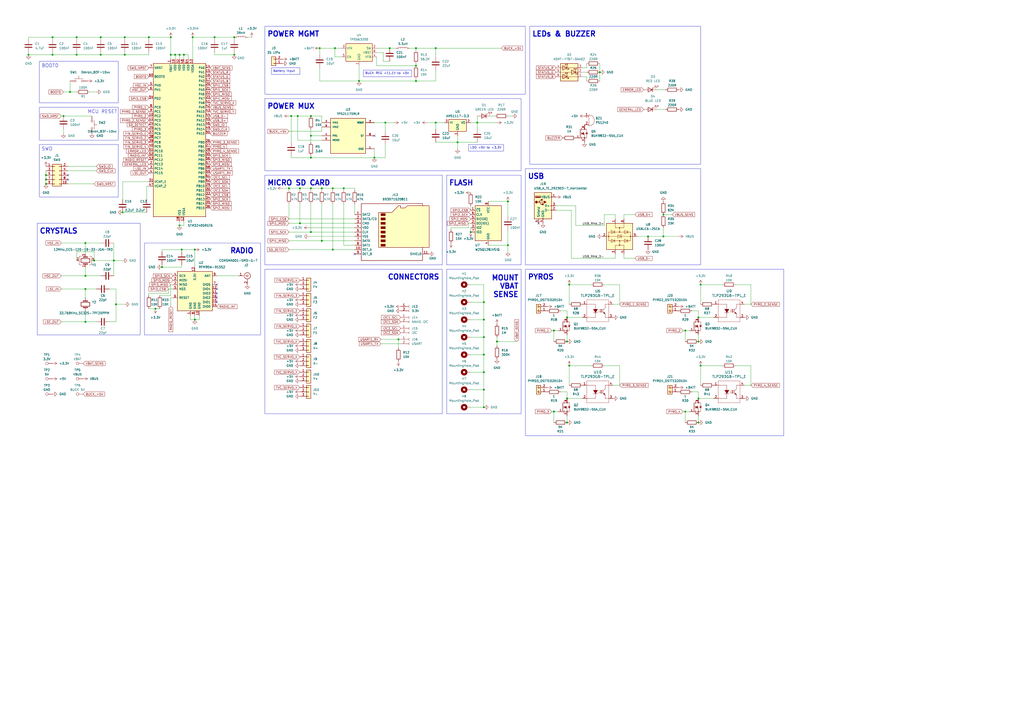
<source format=kicad_sch>
(kicad_sch (version 20250114) (generator "eeschema") (generator_version "9.0")
  (paper "A2")
  (title_block (title "NAVION CNTRL BOARD SCHEMATIC") (date "2024-08-04") (company "NAVION"))
  (rectangle (start 21.59 129.54) (end 81.28 194.31))
  (rectangle (start 304.8 97.79) (end 406.4 153.67))
  (rectangle (start 304.8 156.21) (end 454.66 252.73))
  (rectangle (start 22.86 62.23) (end 68.58 81.28))
  (rectangle (start 22.86 83.82) (end 68.58 114.3))
  (rectangle (start 153.67 15.24) (end 304.8 54.61))
  (rectangle (start 22.86 35.56) (end 68.58 59.69))
  (rectangle (start 153.67 101.6) (end 256.54 153.67))
  (rectangle (start 153.67 156.21) (end 256.54 240.03))
  (rectangle (start 259.08 101.6) (end 302.26 153.67))
  (rectangle (start 153.67 57.15) (end 302.26 99.06))
  (rectangle (start 83.82 140.97) (end 151.13 194.31))
  (rectangle (start 307.34 15.24) (end 406.4 95.25))
  (rectangle (start 259.08 156.21) (end 302.26 240.03))
  (text "CONNECTORS" (at 224.79 162.56 0) (effects (font (size 3 3) (thickness 0.6) (bold yes)) (justify left bottom)))
  (text "PYROS" (at 306.07 162.56 0) (effects (font (size 3 3) (thickness 0.6) (bold yes)) (justify left bottom)))
  (text "BOOT0" (at 24.13 39.37 0) (effects (font (size 2 2)) (justify left bottom)))
  (text "POWER MUX" (at 154.94 63.5 0) (effects (font (size 3 3) (bold yes)) (justify left bottom)))
  (text "SWD" (at 24.13 87.63 0) (effects (font (size 2 2)) (justify left bottom)))
  (text "FLASH" (at 260.35 107.95 0) (effects (font (size 3 3) (bold yes)) (justify left bottom)))
  (text "LEDs & BUZZER" (at 308.61 21.59 0) (effects (font (size 3 3) (thickness 0.6) (bold yes)) (justify left bottom)))
  (text "MCU RESET" (at 50.8 66.04 0) (effects (font (size 2 2)) (justify left bottom)))
  (text "MOUNT\nVBAT\nSENSE" (at 300.99 172.72 0) (effects (font (size 3 3) (thickness 0.6) (bold yes)) (justify right bottom)))
  (text "CRYSTALS" (at 22.86 135.89 0) (effects (font (size 3 3) (bold yes)) (justify left bottom)))
  (text "MICRO SD CARD" (at 154.94 107.95 0) (effects (font (size 3 3) (thickness 0.6) (bold yes)) (justify left bottom)))
  (text "POWER MGMT" (at 154.94 21.59 0) (effects (font (size 3 3) (bold yes)) (justify left bottom)))
  (text "RADIO" (at 133.35 147.32 0) (effects (font (size 3 3) (thickness 0.6) (bold yes)) (justify left bottom)))
  (text "USB" (at 306.07 104.14 0) (effects (font (size 3 3) (bold yes)) (justify left bottom)))
  (text_box "Battery Input" (at 157.48 39.37 0) (size 16.51 3.81) (margins 0.9525 0.9525 0.9525 0.9525) (effects (font (size 1.27 1.27)) (justify left top)))
  (text_box "LDO +5V to +3.3V" (at 271.78 83.82 0) (size 20.32 3.81) (margins 0.9525 0.9525 0.9525 0.9525) (effects (font (size 1.27 1.27)) (justify left top)))
  (text_box "BUCK REG +11.1V to +5V\n" (at 210.82 40.64 0) (size 27.94 3.81) (margins 0.9525 0.9525 0.9525 0.9525) (effects (font (size 1.27 1.27)) (justify left top)))
  (junction (at 328.93 198.12))
  (junction (at 252.73 71.12))
  (junction (at 66.04 151.13))
  (junction (at 328.93 231.14))
  (junction (at 384.81 137.16))
  (junction (at 172.72 67.31))
  (junction (at 99.06 21.59))
  (junction (at 405.13 231.14))
  (junction (at 72.39 21.59))
  (junction (at 93.98 154.94))
  (junction (at 241.3 38.1))
  (junction (at 67.31 176.53))
  (junction (at 180.34 134.62))
  (junction (at 406.4 165.1))
  (junction (at 72.39 31.75))
  (junction (at 280.67 226.06))
  (junction (at 241.3 46.99))
  (junction (at 49.53 167.64))
  (junction (at 180.34 109.22))
  (junction (at 294.64 142.24))
  (junction (at 194.31 27.94))
  (junction (at 252.73 27.94))
  (junction (at 173.99 129.54))
  (junction (at 86.36 21.59))
  (junction (at 397.51 191.77))
  (junction (at 405.13 245.11))
  (junction (at 44.45 21.59))
  (junction (at 180.34 67.31))
  (junction (at 193.04 144.78))
  (junction (at 167.64 109.22))
  (junction (at 180.34 91.44))
  (junction (at 328.93 245.11))
  (junction (at 273.05 134.62))
  (junction (at 280.67 205.74))
  (junction (at 397.51 238.76))
  (junction (at 330.2 165.1))
  (junction (at 223.52 71.12))
  (junction (at 104.14 130.81))
  (junction (at 30.48 21.59))
  (junction (at 406.4 212.09))
  (junction (at 294.64 116.84))
  (junction (at 199.39 109.22))
  (junction (at 49.53 186.69))
  (junction (at 111.76 21.59))
  (junction (at 135.89 31.75))
  (junction (at 30.48 31.75))
  (junction (at 265.43 82.55))
  (junction (at 58.42 21.59))
  (junction (at 113.03 144.78))
  (junction (at 180.34 78.74))
  (junction (at 104.14 31.75))
  (junction (at 113.03 185.42))
  (junction (at 384.81 124.46))
  (junction (at 280.67 236.22))
  (junction (at 193.04 109.22))
  (junction (at 26.67 101.6))
  (junction (at 226.06 27.94))
  (junction (at 280.67 175.26))
  (junction (at 217.17 91.44))
  (junction (at 101.6 31.75))
  (junction (at 49.53 140.97))
  (junction (at 40.64 53.34))
  (junction (at 168.91 67.31))
  (junction (at 280.67 215.9))
  (junction (at 54.61 151.13))
  (junction (at 405.13 184.15))
  (junction (at 16.51 31.75))
  (junction (at 173.99 109.22))
  (junction (at 71.12 123.19))
  (junction (at 321.31 238.76))
  (junction (at 330.2 212.09))
  (junction (at 58.42 31.75))
  (junction (at 231.14 196.85))
  (junction (at 124.46 21.59))
  (junction (at 90.17 179.07))
  (junction (at 135.89 21.59))
  (junction (at 26.67 106.68))
  (junction (at 186.69 109.22))
  (junction (at 276.86 71.12))
  (junction (at 375.92 137.16))
  (junction (at 347.98 41.91))
  (junction (at 241.3 27.94))
  (junction (at 36.83 67.31))
  (junction (at 208.28 46.99))
  (junction (at 280.67 195.58))
  (junction (at 405.13 198.12))
  (junction (at 105.41 144.78))
  (junction (at 44.45 31.75))
  (junction (at 185.42 27.94))
  (junction (at 26.67 104.14))
  (junction (at 321.31 191.77))
  (junction (at 49.53 160.02))
  (junction (at 99.06 31.75))
  (junction (at 288.29 198.12))
  (junction (at 186.69 139.7))
  (junction (at 106.68 31.75))
  (junction (at 280.67 185.42))
  (junction (at 328.93 184.15))
  (no_connect (at 125.73 165.1))
  (no_connect (at 39.37 101.6))
  (no_connect (at 125.73 172.72))
  (no_connect (at 125.73 170.18))
  (no_connect (at 217.17 78.74))
  (no_connect (at 312.42 129.54))
  (no_connect (at 205.74 147.32))
  (no_connect (at 39.37 104.14))
  (no_connect (at 125.73 167.64))
  (no_connect (at 125.73 175.26))
  (wire (pts (xy 66.04 140.97) (xy 66.04 151.13)))
  (wire (pts (xy 273.05 165.1) (xy 280.67 165.1)))
  (wire (pts (xy 405.13 231.14) (xy 414.02 231.14)))
  (wire (pts (xy 361.95 149.86) (xy 368.3 149.86)))
  (wire (pts (xy 328.93 184.15) (xy 337.82 184.15)))
  (wire (pts (xy 104.14 128.27) (xy 104.14 130.81)))
  (wire (pts (xy 113.03 182.88) (xy 113.03 185.42)))
  (wire (pts (xy 223.52 91.44) (xy 217.17 91.44)))
  (wire (pts (xy 16.51 21.59) (xy 16.51 22.86)))
  (wire (pts (xy 276.86 71.12) (xy 288.29 71.12)))
  (wire (pts (xy 168.91 90.17) (xy 168.91 91.44)))
  (wire (pts (xy 186.69 67.31) (xy 186.69 71.12)))
  (wire (pts (xy 44.45 30.48) (xy 44.45 31.75)))
  (wire (pts (xy 334.01 130.81) (xy 350.52 130.81)))
  (wire (pts (xy 105.41 144.78) (xy 105.41 146.05)))
  (wire (pts (xy 99.06 172.72) (xy 100.33 172.72)))
  (wire (pts (xy 397.51 238.76) (xy 397.51 245.11)))
  (wire (pts (xy 199.39 142.24) (xy 199.39 118.11)))
  (wire (pts (xy 35.56 140.97) (xy 49.53 140.97)))
  (wire (pts (xy 185.42 27.94) (xy 194.31 27.94)))
  (wire (pts (xy 406.4 212.09) (xy 419.1 212.09)))
  (wire (pts (xy 276.86 67.31) (xy 276.86 71.12)))
  (wire (pts (xy 356.87 124.46) (xy 356.87 127)))
  (wire (pts (xy 110.49 185.42) (xy 113.03 185.42)))
  (wire (pts (xy 99.06 165.1) (xy 100.33 165.1)))
  (wire (pts (xy 167.64 134.62) (xy 180.34 134.62)))
  (wire (pts (xy 146.05 21.59) (xy 143.51 21.59)))
  (wire (pts (xy 435.61 223.52) (xy 431.8 223.52)))
  (wire (pts (xy 99.06 31.75) (xy 101.6 31.75)))
  (wire (pts (xy 337.82 44.45) (xy 340.36 44.45)))
  (wire (pts (xy 237.49 27.94) (xy 241.3 27.94)))
  (wire (pts (xy 16.51 31.75) (xy 30.48 31.75)))
  (wire (pts (xy 401.32 227.33) (xy 405.13 227.33)))
  (wire (pts (xy 405.13 194.31) (xy 405.13 198.12)))
  (wire (pts (xy 193.04 110.49) (xy 193.04 109.22)))
  (wire (pts (xy 44.45 146.05) (xy 54.61 146.05)))
  (wire (pts (xy 375.92 137.16) (xy 384.81 137.16)))
  (wire (pts (xy 179.07 132.08) (xy 205.74 132.08)))
  (wire (pts (xy 297.18 67.31) (xy 294.64 67.31)))
  (wire (pts (xy 208.28 38.1) (xy 208.28 46.99)))
  (wire (pts (xy 280.67 165.1) (xy 280.67 175.26)))
  (wire (pts (xy 280.67 175.26) (xy 273.05 175.26)))
  (wire (pts (xy 67.31 176.53) (xy 67.31 186.69)))
  (wire (pts (xy 86.36 21.59) (xy 86.36 22.86)))
  (wire (pts (xy 44.45 53.34) (xy 40.64 53.34)))
  (wire (pts (xy 294.64 146.05) (xy 294.64 142.24)))
  (wire (pts (xy 172.72 67.31) (xy 180.34 67.31)))
  (wire (pts (xy 30.48 21.59) (xy 30.48 22.86)))
  (wire (pts (xy 252.73 40.64) (xy 252.73 46.99)))
  (wire (pts (xy 49.53 160.02) (xy 58.42 160.02)))
  (wire (pts (xy 72.39 21.59) (xy 72.39 22.86)))
  (wire (pts (xy 273.05 226.06) (xy 280.67 226.06)))
  (wire (pts (xy 330.2 176.53) (xy 330.2 165.1)))
  (wire (pts (xy 435.61 176.53) (xy 431.8 176.53)))
  (wire (pts (xy 58.42 30.48) (xy 58.42 31.75)))
  (wire (pts (xy 44.45 151.13) (xy 44.45 146.05)))
  (wire (pts (xy 67.31 167.64) (xy 67.31 176.53)))
  (wire (pts (xy 347.98 36.83) (xy 347.98 41.91)))
  (wire (pts (xy 337.82 41.91) (xy 340.36 41.91)))
  (wire (pts (xy 276.86 71.12) (xy 273.05 71.12)))
  (wire (pts (xy 359.41 212.09) (xy 359.41 223.52)))
  (wire (pts (xy 361.95 127) (xy 361.95 124.46)))
  (wire (pts (xy 280.67 226.06) (xy 280.67 215.9)))
  (wire (pts (xy 180.34 109.22) (xy 186.69 109.22)))
  (wire (pts (xy 321.31 191.77) (xy 323.85 191.77)))
  (wire (pts (xy 44.45 21.59) (xy 44.45 22.86)))
  (wire (pts (xy 180.34 134.62) (xy 205.74 134.62)))
  (wire (pts (xy 92.71 171.45) (xy 99.06 171.45)))
  (wire (pts (xy 67.31 176.53) (xy 72.39 176.53)))
  (wire (pts (xy 325.12 227.33) (xy 328.93 227.33)))
  (wire (pts (xy 280.67 205.74) (xy 280.67 195.58)))
  (wire (pts (xy 36.83 77.47) (xy 36.83 74.93)))
  (wire (pts (xy 328.93 231.14) (xy 337.82 231.14)))
  (wire (pts (xy 106.68 31.75) (xy 109.22 31.75)))
  (wire (pts (xy 111.76 21.59) (xy 111.76 34.29)))
  (wire (pts (xy 218.44 30.48) (xy 222.25 30.48)))
  (wire (pts (xy 99.06 21.59) (xy 99.06 31.75)))
  (wire (pts (xy 71.12 105.41) (xy 71.12 115.57)))
  (wire (pts (xy 241.3 29.21) (xy 241.3 27.94)))
  (wire (pts (xy 405.13 184.15) (xy 414.02 184.15)))
  (wire (pts (xy 261.62 133.35) (xy 261.62 132.08)))
  (wire (pts (xy 294.64 116.84) (xy 294.64 125.73)))
  (wire (pts (xy 30.48 21.59) (xy 44.45 21.59)))
  (wire (pts (xy 54.61 151.13) (xy 66.04 151.13)))
  (wire (pts (xy 205.74 109.22) (xy 199.39 109.22)))
  (wire (pts (xy 180.34 78.74) (xy 186.69 78.74)))
  (wire (pts (xy 426.72 212.09) (xy 435.61 212.09)))
  (wire (pts (xy 105.41 154.94) (xy 105.41 153.67)))
  (wire (pts (xy 93.98 146.05) (xy 93.98 144.78)))
  (wire (pts (xy 58.42 31.75) (xy 72.39 31.75)))
  (wire (pts (xy 330.2 165.1) (xy 342.9 165.1)))
  (wire (pts (xy 49.53 140.97) (xy 49.53 147.32)))
  (wire (pts (xy 97.79 167.64) (xy 100.33 167.64)))
  (wire (pts (xy 241.3 46.99) (xy 241.3 45.72)))
  (wire (pts (xy 280.67 185.42) (xy 280.67 175.26)))
  (wire (pts (xy 280.67 215.9) (xy 280.67 205.74)))
  (wire (pts (xy 40.64 46.99) (xy 40.64 53.34)))
  (wire (pts (xy 273.05 195.58) (xy 280.67 195.58)))
  (wire (pts (xy 252.73 27.94) (xy 290.83 27.94)))
  (wire (pts (xy 194.31 27.94) (xy 194.31 33.02)))
  (wire (pts (xy 325.12 180.34) (xy 328.93 180.34)))
  (wire (pts (xy 265.43 82.55) (xy 276.86 82.55)))
  (wire (pts (xy 39.37 96.52) (xy 55.88 96.52)))
  (wire (pts (xy 283.21 116.84) (xy 294.64 116.84)))
  (wire (pts (xy 361.95 147.32) (xy 361.95 149.86)))
  (wire (pts (xy 39.37 106.68) (xy 54.61 106.68)))
  (wire (pts (xy 287.02 67.31) (xy 284.48 67.31)))
  (wire (pts (xy 168.91 91.44) (xy 180.34 91.44)))
  (wire (pts (xy 26.67 101.6) (xy 26.67 104.14)))
  (wire (pts (xy 208.28 46.99) (xy 241.3 46.99)))
  (wire (pts (xy 320.04 238.76) (xy 321.31 238.76)))
  (wire (pts (xy 93.98 144.78) (xy 105.41 144.78)))
  (wire (pts (xy 350.52 124.46) (xy 356.87 124.46)))
  (wire (pts (xy 226.06 27.94) (xy 229.87 27.94)))
  (wire (pts (xy 273.05 236.22) (xy 280.67 236.22)))
  (wire (pts (xy 406.4 176.53) (xy 406.4 165.1)))
  (wire (pts (xy 361.95 124.46) (xy 368.3 124.46)))
  (wire (pts (xy 231.14 196.85) (xy 231.14 201.93)))
  (wire (pts (xy 167.64 109.22) (xy 173.99 109.22)))
  (wire (pts (xy 30.48 31.75) (xy 30.48 30.48)))
  (wire (pts (xy 99.06 31.75) (xy 99.06 34.29)))
  (wire (pts (xy 124.46 21.59) (xy 135.89 21.59)))
  (wire (pts (xy 330.2 223.52) (xy 330.2 212.09)))
  (wire (pts (xy 72.39 21.59) (xy 86.36 21.59)))
  (wire (pts (xy 180.34 91.44) (xy 217.17 91.44)))
  (wire (pts (xy 173.99 129.54) (xy 205.74 129.54)))
  (wire (pts (xy 185.42 27.94) (xy 185.42 31.75)))
  (wire (pts (xy 232.41 196.85) (xy 231.14 196.85)))
  (wire (pts (xy 350.52 165.1) (xy 359.41 165.1)))
  (wire (pts (xy 167.64 144.78) (xy 193.04 144.78)))
  (wire (pts (xy 124.46 31.75) (xy 124.46 30.48)))
  (wire (pts (xy 163.83 109.22) (xy 167.64 109.22)))
  (wire (pts (xy 334.01 119.38) (xy 322.58 119.38)))
  (wire (pts (xy 90.17 179.07) (xy 92.71 179.07)))
  (wire (pts (xy 167.64 118.11) (xy 167.64 127)))
  (wire (pts (xy 273.05 132.08) (xy 273.05 134.62)))
  (wire (pts (xy 252.73 27.94) (xy 241.3 27.94)))
  (wire (pts (xy 113.03 144.78) (xy 113.03 154.94)))
  (wire (pts (xy 193.04 109.22) (xy 199.39 109.22)))
  (wire (pts (xy 273.05 215.9) (xy 280.67 215.9)))
  (wire (pts (xy 66.04 151.13) (xy 66.04 160.02)))
  (wire (pts (xy 397.51 191.77) (xy 400.05 191.77)))
  (wire (pts (xy 16.51 21.59) (xy 30.48 21.59)))
  (wire (pts (xy 288.29 198.12) (xy 299.72 198.12)))
  (wire (pts (xy 72.39 31.75) (xy 86.36 31.75)))
  (wire (pts (xy 389.89 124.46) (xy 384.81 124.46)))
  (wire (pts (xy 26.67 104.14) (xy 26.67 106.68)))
  (wire (pts (xy 208.28 46.99) (xy 185.42 46.99)))
  (wire (pts (xy 252.73 71.12) (xy 252.73 74.93)))
  (wire (pts (xy 328.93 194.31) (xy 328.93 198.12)))
  (wire (pts (xy 350.52 212.09) (xy 359.41 212.09)))
  (wire (pts (xy 288.29 200.66) (xy 288.29 198.12)))
  (wire (pts (xy 106.68 130.81) (xy 106.68 128.27)))
  (wire (pts (xy 180.34 74.93) (xy 180.34 78.74)))
  (wire (pts (xy 40.64 53.34) (xy 36.83 53.34)))
  (wire (pts (xy 280.67 195.58) (xy 280.67 185.42)))
  (wire (pts (xy 280.67 236.22) (xy 280.67 226.06)))
  (wire (pts (xy 252.73 33.02) (xy 252.73 27.94)))
  (wire (pts (xy 405.13 227.33) (xy 405.13 231.14)))
  (wire (pts (xy 252.73 46.99) (xy 241.3 46.99)))
  (wire (pts (xy 63.5 167.64) (xy 67.31 167.64)))
  (wire (pts (xy 30.48 31.75) (xy 44.45 31.75)))
  (wire (pts (xy 265.43 82.55) (xy 265.43 78.74)))
  (wire (pts (xy 405.13 241.3) (xy 405.13 245.11)))
  (wire (pts (xy 49.53 186.69) (xy 49.53 180.34)))
  (wire (pts (xy 115.57 182.88) (xy 115.57 185.42)))
  (wire (pts (xy 396.24 238.76) (xy 397.51 238.76)))
  (wire (pts (xy 396.24 191.77) (xy 397.51 191.77)))
  (wire (pts (xy 205.74 142.24) (xy 199.39 142.24)))
  (wire (pts (xy 426.72 165.1) (xy 435.61 165.1)))
  (wire (pts (xy 406.4 223.52) (xy 406.4 212.09)))
  (wire (pts (xy 334.01 130.81) (xy 334.01 119.38)))
  (wire (pts (xy 44.45 31.75) (xy 58.42 31.75)))
  (wire (pts (xy 36.83 67.31) (xy 53.34 67.31)))
  (wire (pts (xy 167.64 76.2) (xy 186.69 76.2)))
  (wire (pts (xy 173.99 109.22) (xy 180.34 109.22)))
  (wire (pts (xy 167.64 67.31) (xy 168.91 67.31)))
  (wire (pts (xy 218.44 38.1) (xy 218.44 33.02)))
  (wire (pts (xy 49.53 167.64) (xy 55.88 167.64)))
  (wire (pts (xy 173.99 118.11) (xy 173.99 129.54)))
  (wire (pts (xy 35.56 67.31) (xy 36.83 67.31)))
  (wire (pts (xy 386.08 52.07) (xy 381 52.07)))
  (wire (pts (xy 356.87 149.86) (xy 356.87 147.32)))
  (wire (pts (xy 435.61 165.1) (xy 435.61 176.53)))
  (wire (pts (xy 241.3 36.83) (xy 241.3 38.1)))
  (wire (pts (xy 217.17 91.44) (xy 217.17 86.36)))
  (wire (pts (xy 337.82 39.37) (xy 340.36 39.37)))
  (wire (pts (xy 347.98 46.99) (xy 347.98 41.91)))
  (wire (pts (xy 86.36 171.45) (xy 86.36 170.18)))
  (wire (pts (xy 241.3 38.1) (xy 218.44 38.1)))
  (wire (pts (xy 273.05 205.74) (xy 280.67 205.74)))
  (wire (pts (xy 168.91 67.31) (xy 172.72 67.31)))
  (wire (pts (xy 186.69 110.49) (xy 186.69 109.22)))
  (wire (pts (xy 106.68 31.75) (xy 106.68 34.29)))
  (wire (pts (xy 16.51 30.48) (xy 16.51 31.75)))
  (wire (pts (xy 340.36 39.37) (xy 340.36 36.83)))
  (wire (pts (xy 86.36 31.75) (xy 86.36 30.48)))
  (wire (pts (xy 35.56 167.64) (xy 49.53 167.64)))
  (wire (pts (xy 359.41 165.1) (xy 359.41 176.53)))
  (wire (pts (xy 72.39 31.75) (xy 72.39 30.48)))
  (wire (pts (xy 172.72 67.31) (xy 172.72 81.28)))
  (wire (pts (xy 261.62 132.08) (xy 271.78 132.08)))
  (wire (pts (xy 273.05 119.38) (xy 273.05 121.92)))
  (wire (pts (xy 359.41 176.53) (xy 355.6 176.53)))
  (wire (pts (xy 220.98 199.39) (xy 232.41 199.39)))
  (wire (pts (xy 294.64 133.35) (xy 294.64 142.24)))
  (wire (pts (xy 331.47 121.92) (xy 322.58 121.92)))
  (wire (pts (xy 220.98 196.85) (xy 231.14 196.85)))
  (wire (pts (xy 179.07 137.16) (xy 205.74 137.16)))
  (wire (pts (xy 180.34 91.44) (xy 180.34 90.17)))
  (wire (pts (xy 86.36 107.95) (xy 85.09 107.95)))
  (wire (pts (xy 223.52 83.82) (xy 223.52 91.44)))
  (wire (pts (xy 180.34 78.74) (xy 180.34 82.55)))
  (wire (pts (xy 180.34 118.11) (xy 180.34 134.62)))
  (wire (pts (xy 71.12 105.41) (xy 86.36 105.41)))
  (wire (pts (xy 173.99 110.49) (xy 173.99 109.22)))
  (wire (pts (xy 180.34 67.31) (xy 186.69 67.31)))
  (wire (pts (xy 99.06 177.8) (xy 99.06 172.72)))
  (wire (pts (xy 252.73 82.55) (xy 265.43 82.55)))
  (wire (pts (xy 223.52 71.12) (xy 217.17 71.12)))
  (wire (pts (xy 135.89 31.75) (xy 124.46 31.75)))
  (wire (pts (xy 384.81 132.08) (xy 384.81 137.16)))
  (wire (pts (xy 328.93 180.34) (xy 328.93 184.15)))
  (wire (pts (xy 49.53 140.97) (xy 58.42 140.97)))
  (wire (pts (xy 193.04 118.11) (xy 193.04 144.78)))
  (wire (pts (xy 124.46 21.59) (xy 124.46 22.86)))
  (wire (pts (xy 401.32 180.34) (xy 405.13 180.34)))
  (wire (pts (xy 199.39 110.49) (xy 199.39 109.22)))
  (wire (pts (xy 271.78 129.54) (xy 273.05 129.54)))
  (wire (pts (xy 405.13 180.34) (xy 405.13 184.15)))
  (wire (pts (xy 93.98 154.94) (xy 105.41 154.94)))
  (wire (pts (xy 186.69 81.28) (xy 172.72 81.28)))
  (wire (pts (xy 330.2 212.09) (xy 342.9 212.09)))
  (wire (pts (xy 283.21 142.24) (xy 294.64 142.24)))
  (wire (pts (xy 135.89 21.59) (xy 135.89 22.86)))
  (wire (pts (xy 109.22 31.75) (xy 109.22 34.29)))
  (wire (pts (xy 167.64 109.22) (xy 167.64 110.49)))
  (wire (pts (xy 198.12 27.94) (xy 194.31 27.94)))
  (wire (pts (xy 218.44 27.94) (xy 226.06 27.94)))
  (wire (pts (xy 85.09 107.95) (xy 85.09 115.57)))
  (wire (pts (xy 252.73 71.12) (xy 257.81 71.12)))
  (wire (pts (xy 35.56 186.69) (xy 49.53 186.69)))
  (wire (pts (xy 104.14 31.75) (xy 106.68 31.75)))
  (wire (pts (xy 105.41 144.78) (xy 113.03 144.78)))
  (wire (pts (xy 86.36 21.59) (xy 99.06 21.59)))
  (wire (pts (xy 44.45 21.59) (xy 58.42 21.59)))
  (wire (pts (xy 328.93 227.33) (xy 328.93 231.14)))
  (wire (pts (xy 135.89 30.48) (xy 135.89 31.75)))
  (wire (pts (xy 273.05 185.42) (xy 280.67 185.42)))
  (wire (pts (xy 321.31 238.76) (xy 321.31 245.11)))
  (wire (pts (xy 265.43 86.36) (xy 265.43 82.55)))
  (wire (pts (xy 186.69 139.7) (xy 205.74 139.7)))
  (wire (pts (xy 168.91 67.31) (xy 168.91 82.55)))
  (wire (pts (xy 39.37 99.06) (xy 55.88 99.06)))
  (wire (pts (xy 205.74 110.49) (xy 205.74 109.22)))
  (wire (pts (xy 125.73 160.02) (xy 138.43 160.02)))
  (wire (pts (xy 331.47 121.92) (xy 331.47 149.86)))
  (wire (pts (xy 111.76 21.59) (xy 124.46 21.59)))
  (wire (pts (xy 49.53 154.94) (xy 49.53 160.02)))
  (wire (pts (xy 397.51 191.77) (xy 397.51 198.12)))
  (wire (pts (xy 49.53 167.64) (xy 49.53 172.72)))
  (wire (pts (xy 205.74 118.11) (xy 205.74 124.46)))
  (wire (pts (xy 99.06 165.1) (xy 99.06 171.45)))
  (wire (pts (xy 186.69 109.22) (xy 193.04 109.22)))
  (wire (pts (xy 350.52 130.81) (xy 350.52 124.46)))
  (wire (pts (xy 194.31 33.02) (xy 198.12 33.02)))
  (wire (pts (xy 85.09 123.19) (xy 71.12 123.19)))
  (wire (pts (xy 193.04 144.78) (xy 205.74 144.78)))
  (wire (pts (xy 321.31 191.77) (xy 321.31 198.12)))
  (wire (pts (xy 247.65 71.12) (xy 252.73 71.12)))
  (wire (pts (xy 93.98 153.67) (xy 93.98 154.94)))
  (wire (pts (xy 86.36 170.18) (xy 97.79 170.18)))
  (wire (pts (xy 167.64 129.54) (xy 173.99 129.54)))
  (wire (pts (xy 320.04 191.77) (xy 321.31 191.77)))
  (wire (pts (xy 397.51 238.76) (xy 400.05 238.76)))
  (wire (pts (xy 375.92 137.16) (xy 369.57 137.16)))
  (wire (pts (xy 359.41 223.52) (xy 355.6 223.52)))
  (wire (pts (xy 104.14 130.81) (xy 106.68 130.81)))
  (wire (pts (xy 54.61 146.05) (xy 54.61 151.13)))
  (wire (pts (xy 276.86 71.12) (xy 276.86 74.93)))
  (wire (pts (xy 26.67 99.06) (xy 26.67 101.6)))
  (wire (pts (xy 222.25 35.56) (xy 226.06 35.56)))
  (wire (pts (xy 223.52 71.12) (xy 223.52 76.2)))
  (wire (pts (xy 223.52 71.12) (xy 228.6 71.12)))
  (wire (pts (xy 328.93 241.3) (xy 328.93 245.11)))
  (wire (pts (xy 58.42 21.59) (xy 72.39 21.59)))
  (wire (pts (xy 52.07 53.34) (xy 55.88 53.34)))
  (wire (pts (xy 63.5 186.69) (xy 67.31 186.69)))
  (wire (pts (xy 97.79 167.64) (xy 97.79 170.18)))
  (wire (pts (xy 288.29 198.12) (xy 288.29 195.58)))
  (wire (pts (xy 384.81 137.16) (xy 393.7 137.16)))
  (wire (pts (xy 71.12 151.13) (xy 66.04 151.13)))
  (wire (pts (xy 35.56 160.02) (xy 49.53 160.02)))
  (wire (pts (xy 321.31 238.76) (xy 323.85 238.76)))
  (wire (pts (xy 435.61 212.09) (xy 435.61 223.52)))
  (wire (pts (xy 186.69 76.2) (xy 186.69 73.66)))
  (wire (pts (xy 86.36 179.07) (xy 90.17 179.07)))
  (wire (pts (xy 185.42 46.99) (xy 185.42 39.37)))
  (wire (pts (xy 115.57 185.42) (xy 113.03 185.42)))
  (wire (pts (xy 222.25 30.48) (xy 222.25 35.56)))
  (wire (pts (xy 101.6 31.75) (xy 104.14 31.75)))
  (wire (pts (xy 110.49 182.88) (xy 110.49 185.42)))
  (wire (pts (xy 271.78 132.08) (xy 271.78 129.54)))
  (wire (pts (xy 406.4 165.1) (xy 419.1 165.1)))
  (wire (pts (xy 167.64 139.7) (xy 186.69 139.7)))
  (wire (pts (xy 167.64 127) (xy 205.74 127)))
  (wire (pts (xy 186.69 118.11) (xy 186.69 139.7)))
  (wire (pts (xy 104.14 31.75) (xy 104.14 34.29)))
  (wire (pts (xy 180.34 109.22) (xy 180.34 110.49)))
  (wire (pts (xy 49.53 186.69) (xy 55.88 186.69)))
  (wire (pts (xy 101.6 31.75) (xy 101.6 34.29)))
  (wire (pts (xy 58.42 21.59) (xy 58.42 22.86)))
  (wire (pts (xy 331.47 149.86) (xy 356.87 149.86)))
  (wire (pts (xy 386.08 63.5) (xy 381 63.5)))
  (wire (pts (xy 340.36 44.45) (xy 340.36 46.99)))
  (label "USB_RAW_D+" (at 337.82 130.81 0))
  (label "USB_RAW_D-" (at 337.82 149.86 0))
  (global_label "BOOT0" (shape input) (at 86.36 44.45 180) (property "Intersheetrefs" "${INTERSHEET_REFS}" (effects (hide yes))))
  (global_label "PYRO_1_SENSE" (shape input) (at 359.41 176.53 0) (property "Intersheetrefs" "${INTERSHEET_REFS}" (effects (hide yes))))
  (global_label "FIN_SERVO_4" (shape input) (at 86.36 85.09 180) (property "Intersheetrefs" "${INTERSHEET_REFS}" (effects (hide yes))))
  (global_label "SPI3_CSB" (shape input) (at 97.79 167.64 180) (property "Intersheetrefs" "${INTERSHEET_REFS}" (effects (hide yes))))
  (global_label "SWD_NRST" (shape input) (at 54.61 106.68 0) (property "Intersheetrefs" "${INTERSHEET_REFS}" (effects (hide yes))))
  (global_label "BUZZER" (shape input) (at 121.92 77.47 0) (property "Intersheetrefs" "${INTERSHEET_REFS}" (effects (hide yes))))
  (global_label "SPI2_MOSI" (shape input) (at 273.05 127 180) (property "Intersheetrefs" "${INTERSHEET_REFS}" (effects (hide yes))))
  (global_label "SPI3_MOSI" (shape input) (at 121.92 95.25 0) (property "Intersheetrefs" "${INTERSHEET_REFS}" (effects (hide yes))))
  (global_label "SPI3_MISO" (shape input) (at 99.06 165.1 180) (property "Intersheetrefs" "${INTERSHEET_REFS}" (effects (hide yes))))
  (global_label "PYRO_2" (shape input) (at 86.36 67.31 180) (property "Intersheetrefs" "${INTERSHEET_REFS}" (effects (hide yes))))
  (global_label "FIN_SERVO_2" (shape input) (at 173.99 180.34 180) (property "Intersheetrefs" "${INTERSHEET_REFS}" (effects (hide yes))))
  (global_label "PYRO_2" (shape input) (at 396.24 191.77 180) (property "Intersheetrefs" "${INTERSHEET_REFS}" (effects (hide yes))))
  (global_label "SPI1_CSB" (shape input) (at 167.64 127 180) (property "Intersheetrefs" "${INTERSHEET_REFS}" (effects (hide yes))))
  (global_label "BOOT0" (shape input) (at 36.83 53.34 180) (property "Intersheetrefs" "${INTERSHEET_REFS}" (effects (hide yes))))
  (global_label "HSE_OUT" (shape input) (at 86.36 52.07 180) (property "Intersheetrefs" "${INTERSHEET_REFS}" (effects (hide yes))))
  (global_label "SWD_IO" (shape input) (at 121.92 72.39 0) (property "Intersheetrefs" "${INTERSHEET_REFS}" (effects (hide yes))))
  (global_label "HSE_IN" (shape input) (at 86.36 49.53 180) (property "Intersheetrefs" "${INTERSHEET_REFS}" (effects (hide yes))))
  (global_label "TVC_SERVO_Y" (shape input) (at 173.99 224.79 180) (property "Intersheetrefs" "${INTERSHEET_REFS}" (effects (hide yes))))
  (global_label "SPI2_CSB" (shape input) (at 273.05 121.92 180) (property "Intersheetrefs" "${INTERSHEET_REFS}" (effects (hide yes))))
  (global_label "PYRO_3" (shape input) (at 320.04 238.76 180) (property "Intersheetrefs" "${INTERSHEET_REFS}" (effects (hide yes))))
  (global_label "VBAT_SENS" (shape input) (at 299.72 198.12 90) (property "Intersheetrefs" "${INTERSHEET_REFS}" (effects (hide yes))))
  (global_label "ERROR_LED" (shape input) (at 373.38 52.07 180) (property "Intersheetrefs" "${INTERSHEET_REFS}" (effects (hide yes))))
  (global_label "LSE_IN" (shape input) (at 35.56 167.64 180) (property "Intersheetrefs" "${INTERSHEET_REFS}" (effects (hide yes))))
  (global_label "SWD_IO" (shape input) (at 55.88 96.52 0) (property "Intersheetrefs" "${INTERSHEET_REFS}" (effects (hide yes))))
  (global_label "LSE_IN" (shape input) (at 86.36 97.79 180) (property "Intersheetrefs" "${INTERSHEET_REFS}" (effects (hide yes))))
  (global_label "GENERAL_LED" (shape input) (at 373.38 63.5 180) (property "Intersheetrefs" "${INTERSHEET_REFS}" (effects (hide yes))))
  (global_label "USB_D-" (shape input) (at 368.3 149.86 0) (property "Intersheetrefs" "${INTERSHEET_REFS}" (effects (hide yes))))
  (global_label "STATUS_R" (shape input) (at 121.92 41.91 0) (property "Intersheetrefs" "${INTERSHEET_REFS}" (effects (hide yes))))
  (global_label "HSE_IN" (shape input) (at 35.56 140.97 180) (property "Intersheetrefs" "${INTERSHEET_REFS}" (effects (hide yes))))
  (global_label "SPI1_CSB" (shape input) (at 121.92 49.53 0) (property "Intersheetrefs" "${INTERSHEET_REFS}" (effects (hide yes))))
  (global_label "SPI1_MOSI" (shape input) (at 167.64 129.54 180) (property "Intersheetrefs" "${INTERSHEET_REFS}" (effects (hide yes))))
  (global_label "GENERAL_LED" (shape input) (at 86.36 95.25 180) (property "Intersheetrefs" "${INTERSHEET_REFS}" (effects (hide yes))))
  (global_label "SWD_CLK" (shape input) (at 121.92 74.93 0) (property "Intersheetrefs" "${INTERSHEET_REFS}" (effects (hide yes))))
  (global_label "SD_DETECT" (shape input) (at 167.64 144.78 180) (property "Intersheetrefs" "${INTERSHEET_REFS}" (effects (hide yes))))
  (global_label "SPI3_SCK" (shape input) (at 121.92 90.17 0) (property "Intersheetrefs" "${INTERSHEET_REFS}" (effects (hide yes))))
  (global_label "FIN_SERVO_3" (shape input) (at 173.99 171.45 180) (property "Intersheetrefs" "${INTERSHEET_REFS}" (effects (hide yes))))
  (global_label "RADIO_INT" (shape input) (at 125.73 177.8 0) (property "Intersheetrefs" "${INTERSHEET_REFS}" (effects (hide yes))))
  (global_label "SPI1_MOSI" (shape input) (at 121.92 57.15 0) (property "Intersheetrefs" "${INTERSHEET_REFS}" (effects (hide yes))))
  (global_label "SPI2_MISO" (shape input) (at 121.92 118.11 0) (property "Intersheetrefs" "${INTERSHEET_REFS}" (effects (hide yes))))
  (global_label "PYRO_3" (shape input) (at 86.36 74.93 180) (property "Intersheetrefs" "${INTERSHEET_REFS}" (effects (hide yes))))
  (global_label "PYRO_2_SENSE" (shape input) (at 435.61 176.53 0) (property "Intersheetrefs" "${INTERSHEET_REFS}" (effects (hide yes))))
  (global_label "PYRO_2_SENSE" (shape input) (at 86.36 69.85 180) (property "Intersheetrefs" "${INTERSHEET_REFS}" (effects (hide yes))))
  (global_label "SWD_NRST" (shape input) (at 35.56 67.31 180) (property "Intersheetrefs" "${INTERSHEET_REFS}" (effects (hide yes))))
  (global_label "PYRO_4" (shape input) (at 121.92 85.09 0) (property "Intersheetrefs" "${INTERSHEET_REFS}" (effects (hide yes))))
  (global_label "PYRO_1" (shape input) (at 86.36 62.23 180) (property "Intersheetrefs" "${INTERSHEET_REFS}" (effects (hide yes))))
  (global_label "I2C1_SCL" (shape input) (at 121.92 102.87 0) (property "Intersheetrefs" "${INTERSHEET_REFS}" (effects (hide yes))))
  (global_label "STATUS_G" (shape input) (at 322.58 41.91 180) (property "Intersheetrefs" "${INTERSHEET_REFS}" (effects (hide yes))))
  (global_label "SPI3_MOSI" (shape input) (at 100.33 162.56 180) (property "Intersheetrefs" "${INTERSHEET_REFS}" (effects (hide yes))))
  (global_label "VBUS_SENS" (shape input) (at 121.92 62.23 0) (property "Intersheetrefs" "${INTERSHEET_REFS}" (effects (hide yes))))
  (global_label "SPI2_CSB" (shape input) (at 121.92 113.03 0) (property "Intersheetrefs" "${INTERSHEET_REFS}" (effects (hide yes))))
  (global_label "VBAT_SENS" (shape input) (at 48.26 210.82 0) (property "Intersheetrefs" "${INTERSHEET_REFS}" (effects (hide yes))))
  (global_label "FIN_SERVO_1" (shape input) (at 86.36 77.47 180) (property "Intersheetrefs" "${INTERSHEET_REFS}" (effects (hide yes))))
  (global_label "PYRO_4_SENSE" (shape input) (at 121.92 87.63 0) (property "Intersheetrefs" "${INTERSHEET_REFS}" (effects (hide yes))))
  (global_label "USART1_TX" (shape input) (at 121.92 97.79 0) (property "Intersheetrefs" "${INTERSHEET_REFS}" (effects (hide yes))))
  (global_label "SPI2_MOSI" (shape input) (at 121.92 120.65 0) (property "Intersheetrefs" "${INTERSHEET_REFS}" (effects (hide yes))))
  (global_label "USART1_RX" (shape input) (at 121.92 100.33 0) (property "Intersheetrefs" "${INTERSHEET_REFS}" (effects (hide yes))))
  (global_label "USART1_TX" (shape input) (at 220.98 199.39 180) (property "Intersheetrefs" "${INTERSHEET_REFS}" (effects (hide yes))))
  (global_label "I2C2_SCL" (shape input) (at 232.41 190.5 180) (property "Intersheetrefs" "${INTERSHEET_REFS}" (effects (hide yes))))
  (global_label "STATUS_R" (shape input) (at 322.58 39.37 180) (property "Intersheetrefs" "${INTERSHEET_REFS}" (effects (hide yes))))
  (global_label "BUZZER" (shape input) (at 326.39 80.01 180) (property "Intersheetrefs" "${INTERSHEET_REFS}" (effects (hide yes))))
  (global_label "TVC_SERVO_X" (shape input) (at 121.92 59.69 0) (property "Intersheetrefs" "${INTERSHEET_REFS}" (effects (hide yes))))
  (global_label "BUCK_+5V" (shape input) (at 48.26 228.6 0) (property "Intersheetrefs" "${INTERSHEET_REFS}" (effects (hide yes))))
  (global_label "SPI2_SCK" (shape input) (at 273.05 124.46 180) (property "Intersheetrefs" "${INTERSHEET_REFS}" (effects (hide yes))))
  (global_label "I2C1_SDA" (shape input) (at 121.92 105.41 0) (property "Intersheetrefs" "${INTERSHEET_REFS}" (effects (hide yes))))
  (global_label "USB_D+" (shape input) (at 368.3 124.46 0) (property "Intersheetrefs" "${INTERSHEET_REFS}" (effects (hide yes))))
  (global_label "RADIO_INT" (shape input) (at 86.36 90.17 180) (property "Intersheetrefs" "${INTERSHEET_REFS}" (effects (hide yes))))
  (global_label "I2C2_SCL" (shape input) (at 121.92 107.95 0) (property "Intersheetrefs" "${INTERSHEET_REFS}" (effects (hide yes))))
  (global_label "RADIO_RESET" (shape input) (at 86.36 92.71 180) (property "Intersheetrefs" "${INTERSHEET_REFS}" (effects (hide yes))))
  (global_label "FIN_SERVO_1" (shape input) (at 173.99 189.23 180) (property "Intersheetrefs" "${INTERSHEET_REFS}" (effects (hide yes))))
  (global_label "STATUS_B" (shape input) (at 322.58 44.45 180) (property "Intersheetrefs" "${INTERSHEET_REFS}" (effects (hide yes))))
  (global_label "SPI2_SCK" (shape input) (at 121.92 115.57 0) (property "Intersheetrefs" "${INTERSHEET_REFS}" (effects (hide yes))))
  (global_label "RADIO_RESET" (shape input) (at 99.06 177.8 270) (property "Intersheetrefs" "${INTERSHEET_REFS}" (effects (hide yes))))
  (global_label "SPI1_MISO" (shape input) (at 167.64 139.7 180) (property "Intersheetrefs" "${INTERSHEET_REFS}" (effects (hide yes))))
  (global_label "SPI1_MISO" (shape input) (at 121.92 54.61 0) (property "Intersheetrefs" "${INTERSHEET_REFS}" (effects (hide yes))))
  (global_label "TVC_SERVO_Y" (shape input) (at 173.99 215.9 180) (property "Intersheetrefs" "${INTERSHEET_REFS}" (effects (hide yes))))
  (global_label "FIN_SERVO_3" (shape input) (at 86.36 82.55 180) (property "Intersheetrefs" "${INTERSHEET_REFS}" (effects (hide yes))))
  (global_label "PYRO_1" (shape input) (at 320.04 191.77 180) (property "Intersheetrefs" "${INTERSHEET_REFS}" (effects (hide yes))))
  (global_label "BUCK_+5V" (shape input) (at 290.83 27.94 0) (property "Intersheetrefs" "${INTERSHEET_REFS}" (effects (hide yes))))
  (global_label "SPI3_CSB" (shape input) (at 86.36 57.15 180) (property "Intersheetrefs" "${INTERSHEET_REFS}" (effects (hide yes))))
  (global_label "I2C1_SDA" (shape input) (at 232.41 186.69 180) (property "Intersheetrefs" "${INTERSHEET_REFS}" (effects (hide yes))))
  (global_label "SPI1_SCK" (shape input) (at 167.64 134.62 180) (property "Intersheetrefs" "${INTERSHEET_REFS}" (effects (hide yes))))
  (global_label "SPI3_MISO" (shape input) (at 121.92 92.71 0) (property "Intersheetrefs" "${INTERSHEET_REFS}" (effects (hide yes))))
  (global_label "TVC_SERVO_X" (shape input) (at 173.99 198.12 180) (property "Intersheetrefs" "${INTERSHEET_REFS}" (effects (hide yes))))
  (global_label "USART1_RX" (shape input) (at 220.98 196.85 180) (property "Intersheetrefs" "${INTERSHEET_REFS}" (effects (hide yes))))
  (global_label "I2C2_SDA" (shape input) (at 121.92 110.49 0) (property "Intersheetrefs" "${INTERSHEET_REFS}" (effects (hide yes))))
  (global_label "SWD_CLK" (shape input) (at 55.88 99.06 0) (property "Intersheetrefs" "${INTERSHEET_REFS}" (effects (hide yes))))
  (global_label "SPI3_SCK" (shape input) (at 100.33 160.02 180) (property "Intersheetrefs" "${INTERSHEET_REFS}" (effects (hide yes))))
  (global_label "PYRO_4" (shape input) (at 396.24 238.76 180) (property "Intersheetrefs" "${INTERSHEET_REFS}" (effects (hide yes))))
  (global_label "TVC_SERVO_Y" (shape input) (at 121.92 64.77 0) (property "Intersheetrefs" "${INTERSHEET_REFS}" (effects (hide yes))))
  (global_label "USB_D-" (shape input) (at 121.92 67.31 0) (property "Intersheetrefs" "${INTERSHEET_REFS}" (effects (hide yes))))
  (global_label "LSE_OUT" (shape input) (at 35.56 186.69 180) (property "Intersheetrefs" "${INTERSHEET_REFS}" (effects (hide yes))))
  (global_label "PYRO_4_SENSE" (shape input) (at 435.61 223.52 0) (property "Intersheetrefs" "${INTERSHEET_REFS}" (effects (hide yes))))
  (global_label "PYRO_3_SENSE" (shape input) (at 359.41 223.52 0) (property "Intersheetrefs" "${INTERSHEET_REFS}" (effects (hide yes))))
  (global_label "SPI1_SCK" (shape input) (at 121.92 52.07 0) (property "Intersheetrefs" "${INTERSHEET_REFS}" (effects (hide yes))))
  (global_label "SWD_NRST" (shape input) (at 86.36 39.37 180) (property "Intersheetrefs" "${INTERSHEET_REFS}" (effects (hide yes))))
  (global_label "SPI2_MISO" (shape input) (at 271.78 129.54 180) (property "Intersheetrefs" "${INTERSHEET_REFS}" (effects (hide yes))))
  (global_label "TVC_SERVO_X" (shape input) (at 173.99 207.01 180) (property "Intersheetrefs" "${INTERSHEET_REFS}" (effects (hide yes))))
  (global_label "VBAT_SENS" (shape input) (at 121.92 39.37 0) (property "Intersheetrefs" "${INTERSHEET_REFS}" (effects (hide yes))))
  (global_label "FIN_SERVO_4" (shape input) (at 173.99 162.56 180) (property "Intersheetrefs" "${INTERSHEET_REFS}" (effects (hide yes))))
  (global_label "LSE_OUT" (shape input) (at 86.36 100.33 180) (property "Intersheetrefs" "${INTERSHEET_REFS}" (effects (hide yes))))
  (global_label "PYRO_1_SENSE" (shape input) (at 86.36 64.77 180) (property "Intersheetrefs" "${INTERSHEET_REFS}" (effects (hide yes))))
  (global_label "STATUS_G" (shape input) (at 121.92 44.45 0) (property "Intersheetrefs" "${INTERSHEET_REFS}" (effects (hide yes))))
  (global_label "ERROR_LED" (shape input) (at 86.36 87.63 180) (property "Intersheetrefs" "${INTERSHEET_REFS}" (effects (hide yes))))
  (global_label "USB_D+" (shape input) (at 121.92 69.85 0) (property "Intersheetrefs" "${INTERSHEET_REFS}" (effects (hide yes))))
  (global_label "HSE_OUT" (shape input) (at 35.56 160.02 180) (property "Intersheetrefs" "${INTERSHEET_REFS}" (effects (hide yes))))
  (global_label "SD_DETECT" (shape input) (at 86.36 72.39 180) (property "Intersheetrefs" "${INTERSHEET_REFS}" (effects (hide yes))))
  (global_label "STATUS_B" (shape input) (at 121.92 46.99 0) (property "Intersheetrefs" "${INTERSHEET_REFS}" (effects (hide yes))))
  (global_label "VBUS_SENS" (shape input) (at 389.89 124.46 0) (property "Intersheetrefs" "${INTERSHEET_REFS}" (effects (hide yes))))
  (global_label "I2C1_SCL" (shape input) (at 232.41 184.15 180) (property "Intersheetrefs" "${INTERSHEET_REFS}" (effects (hide yes))))
  (global_label "FIN_SERVO_2" (shape input) (at 86.36 80.01 180) (property "Intersheetrefs" "${INTERSHEET_REFS}" (effects (hide yes))))
  (global_label "BUCK_+5V" (shape input) (at 167.64 76.2 180) (property "Intersheetrefs" "${INTERSHEET_REFS}" (effects (hide yes))))
  (global_label "PYRO_3_SENSE" (shape input) (at 121.92 82.55 0) (property "Intersheetrefs" "${INTERSHEET_REFS}" (effects (hide yes))))
  (global_label "I2C2_SDA" (shape input) (at 232.41 193.04 180) (property "Intersheetrefs" "${INTERSHEET_REFS}" (effects (hide yes))))
  (symbol (lib_id "power:+5V") (at 173.99 200.66 90) (unit 1)
    (property "Reference" "#PWR032" (effects (hide yes)))
    (property "Value" "+5V" (at 170.18 200.66 90) (effects (justify left)))
  )
  (symbol (lib_id "power:GND") (at 355.6 231.14 90) (unit 1)
    (property "Reference" "#PWR093" (effects (hide yes)))
    (property "Value" "GND" (at 359.41 231.14 90) (effects (justify right)))
  )
  (symbol (lib_id "Device:LED") (at 377.19 52.07 180) (unit 1)
    (property "Reference" "D3" (at 378.7775 44.45 0))
    (property "Value" "RED LED" (at 378.7775 46.99 0))
    (property "Footprint" "LED_SMD:LED_0603_1608Metric" (effects (hide yes)))
  )
  (symbol (lib_id "Device:Crystal_GND24") (at 49.53 151.13 90) (unit 1)
    (property "Reference" "Y1" (at 54.61 153.67 90))
    (property "Value" "12MHz_ECS-120-18-33-JGN-TR3" (at 48.26 144.78 90))
    (property "Footprint" "Crystal:Crystal_SMD_3225-4Pin_3.2x2.5mm" (effects (hide yes)))
  )
  (symbol (lib_id "Power_Protection:USBLC6-2SC6") (at 359.41 137.16 270) (unit 1)
    (property "Reference" "U8" (at 375.92 130.2319 90))
    (property "Value" "USBLC6-2SC6" (at 375.92 132.7719 90))
    (property "Footprint" "Package_TO_SOT_SMD:SOT-23-6" (effects (hide yes)))
    (property "Datasheet" "https://www.st.com/resource/en/datasheet/usblc6-2.pdf" (effects (hide yes)))
  )
  (symbol (lib_id "BUK9832-55A_CUX:BUK9832-55A_CUX") (at 336.55 77.47 0) (unit 1)
    (property "Reference" "Q5" (at 342.9 76.2 0) (effects (justify left)))
    (property "Value" "BUK9832-55A_CUX" (at 342.9 78.74 0) (effects (justify left)))
    (property "Footprint" "BUK9832-55A_CUX:TRANS_BUK9832-55A_CUX" (effects (hide yes)))
    (property "Description" "\nN-Channel 55 V 12A (Tc) 8W (Tc) Surface Mount SOT-223\n" (effects (hide yes)))
    (property "MF" "Nexperia" (effects (hide yes)))
    (property "MAXIMUM_PACKAGE_HEIGHT" "1.8mm" (effects (hide yes)))
    (property "Package" "SC-73-4 Nexperia USA Inc." (effects (hide yes)))
    (property "Price" "None" (effects (hide yes)))
    (property "Check_prices" "https://www.snapeda.com/parts/BUK9832-55A/CUX/Nexperia/view-part/?ref=eda" (effects (hide yes)))
    (property "STANDARD" "Manufacturer Recommendations" (effects (hide yes)))
    (property "PARTREV" "02" (effects (hide yes)))
    (property "SnapEDA_Link" "https://www.snapeda.com/parts/BUK9832-55A/CUX/Nexperia/view-part/?ref=snap" (effects (hide yes)))
    (property "MP" "BUK9832-55A/CUX" (effects (hide yes)))
    (property "Purchase-URL" "https://www.snapeda.com/api/url_track_click_mouser/?unipart_id=5058261&manufacturer=Nexperia&part_name=BUK9832-55A/CUX&search_term=buk9832-55a/cux" (effects (hide yes)))
    (property "MANUFACTURER" "Nexperia" (effects (hide yes)))
    (property "Availability" "In Stock" (effects (hide yes)))
    (property "SNAPEDA_PN" "BUK9832-55A_CUX" (effects (hide yes)))
  )
  (symbol (lib_id "TPS2117DRLR:TPS2117DRLR") (at 201.93 78.74 0) (unit 1)
    (property "Reference" "U3" (at 201.93 63.5 0))
    (property "Value" "TPS2117DRLR" (at 201.93 66.04 0))
    (property "Footprint" "Package_TO_SOT_SMD:SOT-583-8" (effects (hide yes)))
    (property "Description" "\n1.6-V to 5.5-V, 20-mΩ, 4-A low IQ power multiplexer with manual and priority switchover\n" (effects (hide yes)))
    (property "MF" "Texas Instruments" (effects (hide yes)))
    (property "MAXIMUM_PACKAGE_HEIGHT" "0.6mm" (effects (hide yes)))
    (property "Package" "SOT-583 Texas Instruments" (effects (hide yes)))
    (property "Price" "None" (effects (hide yes)))
    (property "Check_prices" "https://www.snapeda.com/parts/TPS2117DRLR/Texas+Instruments/view-part/?ref=eda" (effects (hide yes)))
    (property "STANDARD" "IPC-7351B" (effects (hide yes)))
    (property "PARTREV" "A" (effects (hide yes)))
    (property "SnapEDA_Link" "https://www.snapeda.com/parts/TPS2117DRLR/Texas+Instruments/view-part/?ref=snap" (effects (hide yes)))
    (property "MP" "TPS2117DRLR" (effects (hide yes)))
    (property "Availability" "In Stock" (effects (hide yes)))
    (property "MANUFACTURER" "Texas Instruments" (effects (hide yes)))
  )
  (symbol (lib_id "Device:C") (at 252.73 36.83 0) (unit 1)
    (property "Reference" "C22" (at 256.54 35.56 0) (effects (justify left)))
    (property "Value" "22uF" (at 256.54 38.1 0) (effects (justify left)))
    (property "Footprint" "Capacitor_SMD:C_0603_1608Metric" (effects (hide yes)))
  )
  (symbol (lib_id "TLP293:TLP293GB-TPL_E") (at 340.36 173.99 0) (unit 1)
    (property "Reference" "U6" (at 346.71 168.91 0) (effects (font (size 1.524 1.524))))
    (property "Value" "TLP293GB-TPL_E" (at 346.71 171.45 0) (effects (font (size 1.524 1.524))))
    (property "Footprint" "External:SO4_TOS" (effects (hide yes)))
    (property "Datasheet" "TLP293GB-TPL_E" (effects (hide yes)))
  )
  (symbol (lib_id "Device:R") (at 290.83 67.31 90) (unit 1)
    (property "Reference" "R17" (at 290.83 60.96 90))
    (property "Value" "220R" (at 290.83 63.5 90))
    (property "Footprint" "Resistor_SMD:R_0603_1608Metric" (effects (hide yes)))
  )
  (symbol (lib_id "Connector:Screw_Terminal_01x02") (at 312.42 180.34 180) (unit 1)
    (property "Reference" "J17" (at 312.42 171.45 0))
    (property "Value" "PYRO1_OSTTE020104" (at 316.23 173.99 0))
    (property "Footprint" "TerminalBlock_4Ucon:TerminalBlock_4Ucon_1x02_P3.50mm_Vertical" (effects (hide yes)))
  )
  (symbol (lib_id "Device:C") (at 16.51 26.67 0) (unit 1)
    (property "Reference" "C1" (at 20.32 25.4 0) (effects (justify left)))
    (property "Value" "4.7uF" (at 20.32 27.94 0) (effects (justify left)))
    (property "Footprint" "Capacitor_SMD:C_0603_1608Metric" (effects (hide yes)))
  )
  (symbol (lib_id "power:VBUS") (at 393.7 137.16 270) (unit 1)
    (property "Reference" "#PWR079" (effects (hide yes)))
    (property "Value" "VBUS" (at 397.51 137.16 90) (effects (justify left)))
  )
  (symbol (lib_id "Memory_Flash:W25Q128JVS") (at 283.21 129.54 0) (unit 1)
    (property "Reference" "U7" (at 275.59 142.24 0) (effects (justify left)))
    (property "Value" "W25Q128JVSIQ" (at 275.59 144.78 0) (effects (justify left)))
    (property "Footprint" "Package_SO:SOIC-8_5.23x5.23mm_P1.27mm" (effects (hide yes)))
    (property "Datasheet" "http://www.winbond.com/resource-files/w25q128jv_dtr%20revc%2003272018%20plus.pdf" (effects (hide yes)))
  )
  (symbol (lib_id "power:+BATT") (at 288.29 187.96 0) (unit 1)
    (property "Reference" "#PWR057" (effects (hide yes)))
    (property "Value" "+BATT" (at 288.29 182.88 0))
  )
  (symbol (lib_id "Device:R") (at 193.04 114.3 0) (unit 1)
    (property "Reference" "R8" (at 194.31 113.03 0) (effects (justify left)))
    (property "Value" "47K" (at 194.31 115.57 0) (effects (justify left)))
    (property "Footprint" "Resistor_SMD:R_0603_1608Metric" (effects (hide yes)))
  )
  (symbol (lib_id "Device:C") (at 86.36 26.67 0) (unit 1)
    (property "Reference" "C13" (at 90.17 25.4 0) (effects (justify left)))
    (property "Value" "100nF" (at 90.17 27.94 0) (effects (justify left)))
    (property "Footprint" "Capacitor_SMD:C_0603_1608Metric" (effects (hide yes)))
  )
  (symbol (lib_id "Connector:Conn_01x02_Socket") (at 237.49 196.85 0) (unit 1)
    (property "Reference" "J16" (at 238.76 196.85 0) (effects (justify left)))
    (property "Value" "USART" (at 238.76 199.39 0) (effects (justify left)))
    (property "Footprint" "Connector_JST:JST_XH_B2B-XH-A_1x02_P2.50mm_Vertical" (effects (hide yes)))
  )
  (symbol (lib_id "Device:R") (at 344.17 36.83 270) (unit 1)
    (property "Reference" "R24" (at 344.17 31.75 90))
    (property "Value" "220R" (at 344.17 34.29 90))
    (property "Footprint" "Resistor_SMD:R_0603_1608Metric" (effects (hide yes)))
  )
  (symbol (lib_id "power:GND") (at 26.67 106.68 0) (unit 1)
    (property "Reference" "#PWR03" (effects (hide yes)))
    (property "Value" "GND" (at 26.67 111.76 0))
  )
  (symbol (lib_id "Connector:TestPoint") (at 48.26 219.71 90) (unit 1)
    (property "Reference" "TP5" (at 44.958 214.63 90))
    (property "Value" "VBUS" (at 44.958 217.17 90))
    (property "Footprint" "TestPoint:TestPoint_Pad_D2.0mm" (effects (hide yes)))
  )
  (symbol (lib_id "power:+3.3V") (at 406.4 165.1 0) (unit 1)
    (property "Reference" "#PWR083" (effects (hide yes)))
    (property "Value" "+3.3V" (at 406.4 160.02 0))
  )
  (symbol (lib_id "Device:R") (at 397.51 227.33 270) (unit 1)
    (property "Reference" "R30" (at 397.51 232.41 90))
    (property "Value" "1" (at 397.51 229.87 90))
    (property "Footprint" "Resistor_SMD:R_0603_1608Metric" (effects (hide yes)))
  )
  (symbol (lib_id "power:+5V") (at 173.99 165.1 90) (unit 1)
    (property "Reference" "#PWR024" (effects (hide yes)))
    (property "Value" "+5V" (at 170.18 165.1 90) (effects (justify left)))
  )
  (symbol (lib_id "power:+BATT") (at 393.7 177.8 270) (unit 1)
    (property "Reference" "#PWR072" (effects (hide yes)))
    (property "Value" "+BATT" (at 397.51 177.8 90) (effects (justify left)))
  )
  (symbol (lib_id "Connector_Generic:Conn_01x03") (at 179.07 165.1 0) (unit 1)
    (property "Reference" "J4" (at 181.61 163.83 0) (effects (justify left)))
    (property "Value" "F4" (at 181.61 166.37 0) (effects (justify left)))
    (property "Footprint" "Connector_PinHeader_2.54mm:PinHeader_1x03_P2.54mm_Vertical" (effects (hide yes)))
  )
  (symbol (lib_id "Device:R") (at 384.81 128.27 0) (unit 1)
    (property "Reference" "R35" (at 391.16 127 0) (effects (justify right)))
    (property "Value" "33K" (at 391.16 129.54 0) (effects (justify right)))
    (property "Footprint" "Resistor_SMD:R_0603_1608Metric" (effects (hide yes)))
  )
  (symbol (lib_id "Connector:Screw_Terminal_01x02") (at 388.62 180.34 180) (unit 1)
    (property "Reference" "J20" (at 388.62 171.45 0))
    (property "Value" "PYRO2_OSTTE020104" (at 388.62 173.99 0))
    (property "Footprint" "TerminalBlock_4Ucon:TerminalBlock_4Ucon_1x02_P3.50mm_Vertical" (effects (hide yes)))
  )
  (symbol (lib_id "power:GND") (at 314.96 129.54 0) (unit 1)
    (property "Reference" "#PWR062" (effects (hide yes)))
    (property "Value" "GND" (at 314.96 134.62 0))
  )
  (symbol (lib_id "Connector:Micro_SD_Card_Det2") (at 228.6 134.62 0) (unit 1)
    (property "Reference" "J12" (at 229.235 113.03 0))
    (property "Value" "693071020811" (at 229.235 115.57 0))
    (property "Footprint" "External:693071020811" (effects (hide yes)))
    (property "Datasheet" "https://www.hirose.com/en/product/document?clcode=&productname=&series=DM3&documenttype=Catalog&lang=en&documentid=D49662_en" (effects (hide yes)))
  )
  (symbol (lib_id "BUK9832-55A_CUX:BUK9832-55A_CUX") (at 402.59 236.22 0) (unit 1)
    (property "Reference" "Q4" (at 408.94 234.95 0) (effects (justify left)))
    (property "Value" "BUK9832-55A_CUX" (at 408.94 237.49 0) (effects (justify left)))
    (property "Footprint" "BUK9832-55A_CUX:TRANS_BUK9832-55A_CUX" (effects (hide yes)))
    (property "Description" "\nN-Channel 55 V 12A (Tc) 8W (Tc) Surface Mount SOT-223\n" (effects (hide yes)))
    (property "MF" "Nexperia" (effects (hide yes)))
    (property "MAXIMUM_PACKAGE_HEIGHT" "1.8mm" (effects (hide yes)))
    (property "Package" "SC-73-4 Nexperia USA Inc." (effects (hide yes)))
    (property "Price" "None" (effects (hide yes)))
    (property "Check_prices" "https://www.snapeda.com/parts/BUK9832-55A/CUX/Nexperia/view-part/?ref=eda" (effects (hide yes)))
    (property "STANDARD" "Manufacturer Recommendations" (effects (hide yes)))
    (property "PARTREV" "02" (effects (hide yes)))
    (property "SnapEDA_Link" "https://www.snapeda.com/parts/BUK9832-55A/CUX/Nexperia/view-part/?ref=snap" (effects (hide yes)))
    (property "MP" "BUK9832-55A/CUX" (effects (hide yes)))
    (property "Purchase-URL" "https://www.snapeda.com/api/url_track_click_mouser/?unipart_id=5058261&manufacturer=Nexperia&part_name=BUK9832-55A/CUX&search_term=buk9832-55a/cux" (effects (hide yes)))
    (property "MANUFACTURER" "Nexperia" (effects (hide yes)))
    (property "Availability" "In Stock" (effects (hide yes)))
    (property "SNAPEDA_PN" "BUK9832-55A_CUX" (effects (hide yes)))
  )
  (symbol (lib_id "Device:C") (at 30.48 26.67 0) (unit 1)
    (property "Reference" "C2" (at 34.29 25.4 0) (effects (justify left)))
    (property "Value" "100nF" (at 34.29 27.94 0) (effects (justify left)))
    (property "Footprint" "Capacitor_SMD:C_0603_1608Metric" (effects (hide yes)))
  )
  (symbol (lib_id "Device:R") (at 401.32 198.12 270) (unit 1)
    (property "Reference" "R32" (at 401.32 203.2 90))
    (property "Value" "5K" (at 401.32 200.66 90))
    (property "Footprint" "Resistor_SMD:R_0603_1608Metric" (effects (hide yes)))
  )
  (symbol (lib_id "Mechanical:MountingHole_Pad") (at 270.51 165.1 90) (unit 1)
    (property "Reference" "H1" (at 269.24 158.75 90))
    (property "Value" "MountingHole_Pad" (at 269.24 161.29 90))
    (property "Footprint" "MountingHole:MountingHole_2.2mm_M2_Pad_TopBottom" (effects (hide yes)))
  )
  (symbol (lib_id "power:+5V") (at 173.99 227.33 90) (unit 1)
    (property "Reference" "#PWR034" (effects (hide yes)))
    (property "Value" "+5V" (at 170.18 227.33 90) (effects (justify left)))
  )
  (symbol (lib_id "Device:C") (at 62.23 140.97 270) (unit 1)
    (property "Reference" "C8" (at 62.23 134.62 90))
    (property "Value" "22pF" (at 62.23 137.16 90))
    (property "Footprint" "Capacitor_SMD:C_0603_1608Metric" (effects (hide yes)))
  )
  (symbol (lib_id "power:GND") (at 36.83 77.47 0) (unit 1)
    (property "Reference" "#PWR04" (effects (hide yes)))
    (property "Value" "GND" (at 39.37 78.74 0) (effects (justify left)))
  )
  (symbol (lib_id "power:GND") (at 375.92 144.78 0) (unit 1)
    (property "Reference" "#PWR074" (effects (hide yes)))
    (property "Value" "GND" (at 382.27 146.05 0) (effects (justify right)))
  )
  (symbol (lib_id "Device:R") (at 410.21 176.53 270) (unit 1)
    (property "Reference" "R37" (at 410.21 181.61 90))
    (property "Value" "68" (at 410.21 179.07 90))
    (property "Footprint" "Resistor_SMD:R_0603_1608Metric" (effects (hide yes)))
  )
  (symbol (lib_id "power:GND") (at 179.07 137.16 270) (unit 1)
    (property "Reference" "#PWR041" (effects (hide yes)))
    (property "Value" "GND" (at 175.26 137.16 90) (effects (justify right)))
  )
  (symbol (lib_id "power:+5V") (at 247.65 71.12 90) (unit 1)
    (property "Reference" "#PWR050" (effects (hide yes)))
    (property "Value" "+5V" (at 243.84 71.12 90) (effects (justify left)))
  )
  (symbol (lib_id "power:+5V") (at 339.09 67.31 90) (unit 1)
    (property "Reference" "#PWR084" (effects (hide yes)))
    (property "Value" "+5V" (at 335.28 67.31 90) (effects (justify left)))
  )
  (symbol (lib_id "power:GND") (at 173.99 212.09 270) (unit 1)
    (property "Reference" "#PWR039" (effects (hide yes)))
    (property "Value" "GND" (at 170.18 212.09 90) (effects (justify right)))
  )
  (symbol (lib_id "Connector_Generic:Conn_01x03") (at 179.07 182.88 0) (unit 1)
    (property "Reference" "J6" (at 181.61 181.61 0) (effects (justify left)))
    (property "Value" "F2" (at 181.61 184.15 0) (effects (justify left)))
    (property "Footprint" "Connector_PinHeader_2.54mm:PinHeader_1x03_P2.54mm_Vertical" (effects (hide yes)))
  )
  (symbol (lib_id "Switch:SW_Push") (at 53.34 72.39 270) (unit 1)
    (property "Reference" "SW2" (at 57.15 71.12 90) (effects (justify left)))
    (property "Value" "Omron_B3F-10xx" (at 50.8 76.2 90) (effects (justify left)))
    (property "Footprint" "Button_Switch_THT:SW_TH_Tactile_Omron_B3F-10xx" (effects (hide yes)))
  )
  (symbol (lib_id "power:GND") (at 173.99 194.31 270) (unit 1)
    (property "Reference" "#PWR031" (effects (hide yes)))
    (property "Value" "GND" (at 170.18 194.31 90) (effects (justify right)))
  )
  (symbol (lib_id "Connector_Generic:Conn_01x03") (at 179.07 209.55 0) (unit 1)
    (property "Reference" "J9" (at 181.61 208.28 0) (effects (justify left)))
    (property "Value" "X-" (at 181.61 210.82 0) (effects (justify left)))
    (property "Footprint" "Connector_PinHeader_2.54mm:PinHeader_1x03_P2.54mm_Vertical" (effects (hide yes)))
  )
  (symbol (lib_id "power:GND") (at 113.03 185.42 0) (unit 1)
    (property "Reference" "#PWR016" (effects (hide yes)))
    (property "Value" "GND" (at 113.03 190.5 0))
  )
  (symbol (lib_id "power:GND") (at 173.99 167.64 270) (unit 1)
    (property "Reference" "#PWR025" (effects (hide yes)))
    (property "Value" "GND" (at 170.18 167.64 90) (effects (justify right)))
  )
  (symbol (lib_id "power:GND") (at 349.25 137.16 270) (unit 1)
    (property "Reference" "#PWR069" (effects (hide yes)))
    (property "Value" "GND" (at 345.44 137.16 90) (effects (justify right)))
  )
  (symbol (lib_id "power:+3.3V") (at 163.83 109.22 90) (unit 1)
    (property "Reference" "#PWR022" (effects (hide yes)))
    (property "Value" "+3.3V" (at 160.5968 109.4055 90) (effects (justify left)))
  )
  (symbol (lib_id "Device:R") (at 384.81 120.65 0) (unit 1)
    (property "Reference" "R34" (at 391.16 119.38 0) (effects (justify right)))
    (property "Value" "82K" (at 391.16 121.92 0) (effects (justify right)))
    (property "Footprint" "Resistor_SMD:R_0603_1608Metric" (effects (hide yes)))
  )
  (symbol (lib_id "Device:LED") (at 377.19 63.5 180) (unit 1)
    (property "Reference" "D4" (at 378.7775 55.88 0))
    (property "Value" "BLUE LED" (at 378.7775 58.42 0))
    (property "Footprint" "LED_SMD:LED_0603_1608Metric" (effects (hide yes)))
  )
  (symbol (lib_id "Device:C") (at 62.23 160.02 90) (unit 1)
    (property "Reference" "C9" (at 62.23 153.67 90))
    (property "Value" "22pF" (at 62.23 156.21 90))
    (property "Footprint" "Capacitor_SMD:C_0603_1608Metric" (effects (hide yes)))
  )
  (symbol (lib_id "power:GND") (at 173.99 203.2 270) (unit 1)
    (property "Reference" "#PWR033" (effects (hide yes)))
    (property "Value" "GND" (at 170.18 203.2 90) (effects (justify right)))
  )
  (symbol (lib_id "Device:R") (at 288.29 204.47 0) (unit 1)
    (property "Reference" "R16" (at 290.83 203.2 0) (effects (justify left)))
    (property "Value" "300K" (at 290.83 205.74 0) (effects (justify left)))
    (property "Footprint" "Resistor_SMD:R_0603_1608Metric" (effects (hide yes)))
  )
  (symbol (lib_id "power:VBUS") (at 322.58 114.3 270) (unit 1)
    (property "Reference" "#PWR065" (effects (hide yes)))
    (property "Value" "VBUS" (at 326.39 114.3 90) (effects (justify left)))
  )
  (symbol (lib_id "Device:C") (at 72.39 26.67 0) (unit 1)
    (property "Reference" "C11" (at 76.2 25.4 0) (effects (justify left)))
    (property "Value" "100nF" (at 76.2 27.94 0) (effects (justify left)))
    (property "Footprint" "Capacitor_SMD:C_0603_1608Metric" (effects (hide yes)))
  )
  (symbol (lib_id "Device:C") (at 294.64 129.54 0) (unit 1)
    (property "Reference" "C27" (at 295.91 127 0) (effects (justify left)))
    (property "Value" "100nF" (at 295.91 132.08 0) (effects (justify left)))
    (property "Footprint" "Capacitor_SMD:C_0603_1608Metric" (effects (hide yes)))
  )
  (symbol (lib_id "power:+3.3V") (at 50.8 46.99 270) (unit 1)
    (property "Reference" "#PWR06" (effects (hide yes)))
    (property "Value" "+3.3V" (at 54.61 46.99 90) (effects (justify left)))
  )
  (symbol (lib_id "power:GND") (at 143.51 165.1 0) (unit 1)
    (property "Reference" "#PWR018" (effects (hide yes)))
    (property "Value" "GND" (at 143.51 170.18 0))
  )
  (symbol (lib_id "Device:C") (at 36.83 71.12 0) (unit 1)
    (property "Reference" "C3" (at 40.64 69.85 0) (effects (justify left)))
    (property "Value" "100nF" (at 40.64 72.39 0) (effects (justify left)))
    (property "Footprint" "Capacitor_SMD:C_0603_1608Metric" (effects (hide yes)))
  )
  (symbol (lib_id "power:GND") (at 328.93 245.11 90) (unit 1)
    (property "Reference" "#PWR067" (effects (hide yes)))
    (property "Value" "GND" (at 332.74 245.11 90) (effects (justify right)))
  )
  (symbol (lib_id "BUK9832-55A_CUX:BUK9832-55A_CUX") (at 402.59 189.23 0) (unit 1)
    (property "Reference" "Q3" (at 408.94 187.96 0) (effects (justify left)))
    (property "Value" "BUK9832-55A_CUX" (at 408.94 190.5 0) (effects (justify left)))
    (property "Footprint" "BUK9832-55A_CUX:TRANS_BUK9832-55A_CUX" (effects (hide yes)))
    (property "Description" "\nN-Channel 55 V 12A (Tc) 8W (Tc) Surface Mount SOT-223\n" (effects (hide yes)))
    (property "MF" "Nexperia" (effects (hide yes)))
    (property "MAXIMUM_PACKAGE_HEIGHT" "1.8mm" (effects (hide yes)))
    (property "Package" "SC-73-4 Nexperia USA Inc." (effects (hide yes)))
    (property "Price" "None" (effects (hide yes)))
    (property "Check_prices" "https://www.snapeda.com/parts/BUK9832-55A/CUX/Nexperia/view-part/?ref=eda" (effects (hide yes)))
    (property "STANDARD" "Manufacturer Recommendations" (effects (hide yes)))
    (property "PARTREV" "02" (effects (hide yes)))
    (property "SnapEDA_Link" "https://www.snapeda.com/parts/BUK9832-55A/CUX/Nexperia/view-part/?ref=snap" (effects (hide yes)))
    (property "MP" "BUK9832-55A/CUX" (effects (hide yes)))
    (property "Purchase-URL" "https://www.snapeda.com/api/url_track_click_mouser/?unipart_id=5058261&manufacturer=Nexperia&part_name=BUK9832-55A/CUX&search_term=buk9832-55a/cux" (effects (hide yes)))
    (property "MANUFACTURER" "Nexperia" (effects (hide yes)))
    (property "Availability" "In Stock" (effects (hide yes)))
    (property "SNAPEDA_PN" "BUK9832-55A_CUX" (effects (hide yes)))
  )
  (symbol (lib_id "Device:R") (at 389.89 63.5 270) (unit 1)
    (property "Reference" "R39" (at 389.89 58.42 90))
    (property "Value" "220R" (at 389.89 60.96 90))
    (property "Footprint" "Resistor_SMD:R_0603_1608Metric" (effects (hide yes)))
  )
  (symbol (lib_id "power:+5V") (at 173.99 191.77 90) (unit 1)
    (property "Reference" "#PWR030" (effects (hide yes)))
    (property "Value" "+5V" (at 170.18 191.77 90) (effects (justify left)))
  )
  (symbol (lib_id "Device:R") (at 241.3 33.02 0) (unit 1)
    (property "Reference" "R13" (at 243.84 31.75 0) (effects (justify left)))
    (property "Value" "56.2K" (at 243.84 34.29 0) (effects (justify left)))
    (property "Footprint" "Resistor_SMD:R_0603_1608Metric" (effects (hide yes)))
  )
  (symbol (lib_id "power:GND") (at 248.92 147.32 90) (unit 1)
    (property "Reference" "#PWR051" (effects (hide yes)))
    (property "Value" "GND" (at 248.92 149.86 90) (effects (justify right)))
  )
  (symbol (lib_id "Mechanical:MountingHole_Pad") (at 270.51 205.74 90) (unit 1)
    (property "Reference" "H5" (at 269.24 199.39 90))
    (property "Value" "MountingHole_Pad" (at 269.24 201.93 90))
    (property "Footprint" "MountingHole:MountingHole_2.2mm_M2_Pad_TopBottom" (effects (hide yes)))
  )
  (symbol (lib_id "Device:C") (at 276.86 78.74 0) (unit 1)
    (property "Reference" "C25" (at 280.67 77.47 0) (effects (justify left)))
    (property "Value" "10uF" (at 280.67 80.01 0) (effects (justify left)))
    (property "Footprint" "Capacitor_SMD:C_0603_1608Metric" (effects (hide yes)))
  )
  (symbol (lib_id "power:+3.3V") (at 26.67 96.52 0) (unit 1)
    (property "Reference" "#PWR02" (effects (hide yes)))
    (property "Value" "+3.3V" (at 26.67 91.44 0))
  )
  (symbol (lib_id "Device:R") (at 321.31 227.33 270) (unit 1)
    (property "Reference" "R19" (at 321.31 232.41 90))
    (property "Value" "1" (at 321.31 229.87 90))
    (property "Footprint" "Resistor_SMD:R_0603_1608Metric" (effects (hide yes)))
  )
  (symbol (lib_id "power:GND") (at 104.14 130.81 0) (unit 1)
    (property "Reference" "#PWR013" (effects (hide yes)))
    (property "Value" "GND" (at 104.14 135.89 0))
  )
  (symbol (lib_id "power:+3.3V") (at 30.48 210.82 270) (unit 1)
    (property "Reference" "#PWR085" (effects (hide yes)))
    (property "Value" "+3.3V" (at 34.29 210.82 90) (effects (justify left)))
  )
  (symbol (lib_id "power:VBUS") (at 48.26 219.71 270) (unit 1)
    (property "Reference" "#PWR088" (effects (hide yes)))
    (property "Value" "VBUS" (at 52.07 219.71 90) (effects (justify left)))
  )
  (symbol (lib_id "power:GND") (at 71.12 151.13 90) (unit 1)
    (property "Reference" "#PWR09" (effects (hide yes)))
    (property "Value" "GND" (at 74.93 151.13 90) (effects (justify right)))
  )
  (symbol (lib_id "Device:C") (at 375.92 140.97 0) (unit 1)
    (property "Reference" "C28" (at 379.73 139.7 0) (effects (justify left)))
    (property "Value" "100nF" (at 379.73 142.24 0) (effects (justify left)))
    (property "Footprint" "Capacitor_SMD:C_0603_1608Metric" (effects (hide yes)))
  )
  (symbol (lib_id "power:GND") (at 347.98 41.91 90) (unit 1)
    (property "Reference" "#PWR068" (effects (hide yes)))
    (property "Value" "GND" (at 351.79 41.91 90) (effects (justify right)))
  )
  (symbol (lib_id "Device:R") (at 231.14 205.74 0) (unit 1)
    (property "Reference" "R12" (at 233.68 204.47 0) (effects (justify left)))
    (property "Value" "10K" (at 233.68 207.01 0) (effects (justify left)))
    (property "Footprint" "Resistor_SMD:R_0603_1608Metric" (effects (hide yes)))
  )
  (symbol (lib_id "Device:R") (at 325.12 245.11 270) (unit 1)
    (property "Reference" "R21" (at 325.12 250.19 90))
    (property "Value" "5K" (at 325.12 247.65 90))
    (property "Footprint" "Resistor_SMD:R_0603_1608Metric" (effects (hide yes)))
  )
  (symbol (lib_id "power:+3.3V") (at 330.2 165.1 0) (unit 1)
    (property "Reference" "#PWR071" (effects (hide yes)))
    (property "Value" "+3.3V" (at 330.2 160.02 0))
  )
  (symbol (lib_id "Device:R") (at 288.29 191.77 0) (unit 1)
    (property "Reference" "R15" (at 290.83 190.5 0) (effects (justify left)))
    (property "Value" "1M" (at 290.83 193.04 0) (effects (justify left)))
    (property "Footprint" "Resistor_SMD:R_0603_1608Metric" (effects (hide yes)))
  )
  (symbol (lib_id "power:+BATT") (at 393.7 224.79 270) (unit 1)
    (property "Reference" "#PWR073" (effects (hide yes)))
    (property "Value" "+BATT" (at 397.51 224.79 90) (effects (justify left)))
  )
  (symbol (lib_id "Mechanical:MountingHole_Pad") (at 270.51 185.42 90) (unit 1)
    (property "Reference" "H3" (at 269.24 179.07 90))
    (property "Value" "MountingHole_Pad" (at 269.24 181.61 90))
    (property "Footprint" "MountingHole:MountingHole_2.2mm_M2_Pad_TopBottom" (effects (hide yes)))
  )
  (symbol (lib_id "Device:R") (at 86.36 175.26 0) (unit 1)
    (property "Reference" "R11" (at 87.63 173.99 0) (effects (justify left)))
    (property "Value" "10K" (at 87.63 176.53 0) (effects (justify left)))
    (property "Footprint" "Resistor_SMD:R_0603_1608Metric" (effects (hide yes)))
  )
  (symbol (lib_id "TLP293:TLP293GB-TPL_E") (at 416.56 220.98 0) (unit 1)
    (property "Reference" "U11" (at 422.91 215.9 0) (effects (font (size 1.524 1.524))))
    (property "Value" "TLP293GB-TPL_E" (at 422.91 218.44 0) (effects (font (size 1.524 1.524))))
    (property "Footprint" "External:SO4_TOS" (effects (hide yes)))
    (property "Datasheet" "TLP293GB-TPL_E" (effects (hide yes)))
  )
  (symbol (lib_id "power:GND") (at 173.99 229.87 270) (unit 1)
    (property "Reference" "#PWR038" (effects (hide yes)))
    (property "Value" "GND" (at 170.18 229.87 90) (effects (justify right)))
  )
  (symbol (lib_id "Device:R") (at 180.34 71.12 0) (unit 1)
    (property "Reference" "R4" (at 182.88 69.85 0) (effects (justify left)))
    (property "Value" "10K" (at 182.88 72.39 0) (effects (justify left)))
    (property "Footprint" "Resistor_SMD:R_0603_1608Metric" (effects (hide yes)))
  )
  (symbol (lib_id "power:+BATT") (at 185.42 27.94 90) (unit 1)
    (property "Reference" "#PWR042" (effects (hide yes)))
    (property "Value" "+BATT" (at 179.241 28.0009 90))
  )
  (symbol (lib_id "power:GND") (at 55.88 53.34 90) (unit 1)
    (property "Reference" "#PWR07" (effects (hide yes)))
    (property "Value" "GND" (at 59.69 53.34 90) (effects (justify right)))
  )
  (symbol (lib_id "power:+3.3V") (at 113.03 144.78 270) (unit 1)
    (property "Reference" "#PWR015" (effects (hide yes)))
    (property "Value" "+3.3V" (at 116.84 144.78 90) (effects (justify left)))
  )
  (symbol (lib_id "power:+5V") (at 173.99 218.44 90) (unit 1)
    (property "Reference" "#PWR036" (effects (hide yes)))
    (property "Value" "+5V" (at 170.18 218.44 90) (effects (justify left)))
  )
  (symbol (lib_id "power:+3.3V") (at 273.05 111.76 90) (unit 1)
    (property "Reference" "#PWR054" (effects (hide yes)))
    (property "Value" "+3.3V" (at 269.24 111.76 90) (effects (justify left)))
  )
  (symbol (lib_id "Device:R") (at 180.34 114.3 0) (unit 1)
    (property "Reference" "R6" (at 181.61 113.03 0) (effects (justify left)))
    (property "Value" "47K" (at 181.61 115.57 0) (effects (justify left)))
    (property "Footprint" "Resistor_SMD:R_0603_1608Metric" (effects (hide yes)))
  )
  (symbol (lib_id "Device:C") (at 59.69 186.69 90) (unit 1)
    (property "Reference" "C7" (at 59.69 190.5 90))
    (property "Value" "22pF" (at 59.69 193.04 90))
    (property "Footprint" "Capacitor_SMD:C_0603_1608Metric" (effects (hide yes)))
  )
  (symbol (lib_id "power:+3.3V") (at 288.29 71.12 270) (unit 1)
    (property "Reference" "#PWR056" (effects (hide yes)))
    (property "Value" "+3.3V" (at 292.1 71.12 90) (effects (justify left)))
  )
  (symbol (lib_id "Device:R") (at 321.31 180.34 270) (unit 1)
    (property "Reference" "R18" (at 321.31 185.42 90))
    (property "Value" "1" (at 321.31 182.88 90))
    (property "Footprint" "Resistor_SMD:R_0603_1608Metric" (effects (hide yes)))
  )
  (symbol (lib_id "power:+5V") (at 173.99 209.55 90) (unit 1)
    (property "Reference" "#PWR035" (effects (hide yes)))
    (property "Value" "+5V" (at 170.18 209.55 90) (effects (justify left)))
  )
  (symbol (lib_id "power:GND") (at 173.99 185.42 270) (unit 1)
    (property "Reference" "#PWR029" (effects (hide yes)))
    (property "Value" "GND" (at 170.18 185.42 90) (effects (justify right)))
  )
  (symbol (lib_id "power:GND") (at 393.7 63.5 90) (unit 1)
    (property "Reference" "#PWR081" (effects (hide yes)))
    (property "Value" "GND" (at 397.51 63.5 90) (effects (justify right)))
  )
  (symbol (lib_id "power:GND") (at 217.17 91.44 0) (unit 1)
    (property "Reference" "#PWR044" (effects (hide yes)))
    (property "Value" "GND" (at 217.17 96.52 0))
  )
  (symbol (lib_id "Device:C") (at 252.73 78.74 0) (unit 1)
    (property "Reference" "C23" (at 256.54 77.47 0) (effects (justify left)))
    (property "Value" "10uF" (at 256.54 80.01 0) (effects (justify left)))
    (property "Footprint" "Capacitor_SMD:C_0603_1608Metric" (effects (hide yes)))
  )
  (symbol (lib_id "Device:C") (at 59.69 167.64 90) (unit 1)
    (property "Reference" "C6" (at 59.69 171.45 90))
    (property "Value" "22pF" (at 59.69 173.99 90))
    (property "Footprint" "Capacitor_SMD:C_0603_1608Metric" (effects (hide yes)))
  )
  (symbol (lib_id "power:+5V") (at 228.6 71.12 270) (unit 1)
    (property "Reference" "#PWR046" (effects (hide yes)))
    (property "Value" "+5V" (at 232.41 71.12 90) (effects (justify left)))
  )
  (symbol (lib_id "Connector:USB_A") (at 314.96 119.38 0) (unit 1)
    (property "Reference" "J19" (at 314.96 106.68 0))
    (property "Value" "USB_A_TE_292303-7_Horizontal" (at 325.12 109.22 0))
    (property "Footprint" "Connector_USB:USB_A_TE_292303-7_Horizontal" (effects (hide yes)))
    (property "Datasheet" " ~" (effects (hide yes)))
  )
  (symbol (lib_id "Device:R") (at 334.01 223.52 270) (unit 1)
    (property "Reference" "R43" (at 334.01 228.6 90))
    (property "Value" "68" (at 334.01 226.06 90))
    (property "Footprint" "Resistor_SMD:R_0603_1608Metric" (effects (hide yes)))
  )
  (symbol (lib_id "Device:C") (at 71.12 119.38 180) (unit 1)
    (property "Reference" "C10" (at 72.39 116.84 0) (effects (justify right)))
    (property "Value" "2.2uF" (at 72.39 121.92 0) (effects (justify right)))
    (property "Footprint" "Capacitor_SMD:C_0603_1608Metric" (effects (hide yes)))
  )
  (symbol (lib_id "power:GND") (at 173.99 176.53 270) (unit 1)
    (property "Reference" "#PWR027" (effects (hide yes)))
    (property "Value" "GND" (at 170.18 176.53 90) (effects (justify right)))
  )
  (symbol (lib_id "Device:C") (at 105.41 149.86 180) (unit 1)
    (property "Reference" "C15" (at 107.95 148.59 0) (effects (justify right)))
    (property "Value" "10uF" (at 107.95 151.13 0) (effects (justify right)))
    (property "Footprint" "Capacitor_SMD:C_0603_1608Metric" (effects (hide yes)))
  )
  (symbol (lib_id "Regulator_Linear:AMS1117-3.3") (at 265.43 71.12 0) (unit 1)
    (property "Reference" "U5" (at 265.43 64.77 0))
    (property "Value" "AMS1117-3.3" (at 265.43 67.31 0))
    (property "Footprint" "Package_TO_SOT_SMD:SOT-223-3_TabPin2" (effects (hide yes)))
    (property "Datasheet" "http://www.advanced-monolithic.com/pdf/ds1117.pdf" (effects (hide yes)))
  )
  (symbol (lib_id "Connector:Conn_01x02_Socket") (at 237.49 190.5 0) (unit 1)
    (property "Reference" "J15" (at 238.76 190.5 0) (effects (justify left)))
    (property "Value" "I2C" (at 238.76 193.04 0) (effects (justify left)))
    (property "Footprint" "Connector_JST:JST_XH_B2B-XH-A_1x02_P2.50mm_Vertical" (effects (hide yes)))
  )
  (symbol (lib_id "power:GND") (at 355.6 184.15 90) (unit 1)
    (property "Reference" "#PWR082" (effects (hide yes)))
    (property "Value" "GND" (at 359.41 184.15 90) (effects (justify right)))
  )
  (symbol (lib_id "power:GND") (at 339.09 82.55 0) (unit 1)
    (property "Reference" "#PWR075" (effects (hide yes)))
    (property "Value" "GND" (at 341.63 83.82 0) (effects (justify left)))
  )
  (symbol (lib_id "power:+5V") (at 173.99 173.99 90) (unit 1)
    (property "Reference" "#PWR026" (effects (hide yes)))
    (property "Value" "+5V" (at 170.18 173.99 90) (effects (justify left)))
  )
  (symbol (lib_id "Device:C") (at 58.42 26.67 0) (unit 1)
    (property "Reference" "C5" (at 62.23 25.4 0) (effects (justify left)))
    (property "Value" "100nF" (at 62.23 27.94 0) (effects (justify left)))
    (property "Footprint" "Capacitor_SMD:C_0603_1608Metric" (effects (hide yes)))
  )
  (symbol (lib_id "Device:R") (at 422.91 212.09 90) (unit 1)
    (property "Reference" "R42" (at 422.91 207.01 90))
    (property "Value" "10K" (at 422.91 209.55 90))
    (property "Footprint" "Resistor_SMD:R_0603_1608Metric" (effects (hide yes)))
  )
  (symbol (lib_id "Device:R") (at 186.69 114.3 0) (unit 1)
    (property "Reference" "R7" (at 187.96 113.03 0) (effects (justify left)))
    (property "Value" "47K" (at 187.96 115.57 0) (effects (justify left)))
    (property "Footprint" "Resistor_SMD:R_0603_1608Metric" (effects (hide yes)))
  )
  (symbol (lib_id "Connector_Generic:Conn_02x05_Odd_Even") (at 31.75 101.6 0) (unit 1)
    (property "Reference" "J1" (at 33.02 90.17 0))
    (property "Value" "SWD" (at 33.02 92.71 0))
    (property "Footprint" "Connector_PinHeader_1.27mm:PinHeader_2x05_P1.27mm_Vertical_SMD" (effects (hide yes)))
  )
  (symbol (lib_id "Device:Buzzer") (at 341.63 69.85 0) (unit 1)
    (property "Reference" "BZ1" (at 345.44 68.58 0) (effects (justify left)))
    (property "Value" "PS1240" (at 345.44 71.12 0) (effects (justify left)))
    (property "Footprint" "Buzzer_Beeper:Buzzer_TDK_PS1240P02BT_D12.2mm_H6.5mm" (effects (hide yes)))
  )
  (symbol (lib_id "Device:R") (at 173.99 114.3 0) (unit 1)
    (property "Reference" "R3" (at 175.26 113.03 0) (effects (justify left)))
    (property "Value" "47K" (at 175.26 115.57 0) (effects (justify left)))
    (property "Footprint" "Resistor_SMD:R_0603_1608Metric" (effects (hide yes)))
  )
  (symbol (lib_id "power:GND") (at 294.64 146.05 0) (unit 1)
    (property "Reference" "#PWR060" (effects (hide yes)))
    (property "Value" "GND" (at 292.7134 150.8219 0) (effects (justify left)))
  )
  (symbol (lib_id "Mechanical:MountingHole_Pad") (at 270.51 226.06 90) (unit 1)
    (property "Reference" "H7" (at 269.24 219.71 90))
    (property "Value" "MountingHole_Pad" (at 269.24 222.25 90))
    (property "Footprint" "MountingHole:MountingHole_2.2mm_M2_Pad_TopBottom" (effects (hide yes)))
  )
  (symbol (lib_id "Device:C") (at 185.42 35.56 0) (unit 1)
    (property "Reference" "C19" (at 189.23 34.29 0) (effects (justify left)))
    (property "Value" "10uF" (at 189.23 36.83 0) (effects (justify left)))
    (property "Footprint" "Capacitor_SMD:C_0603_1608Metric" (effects (hide yes)))
  )
  (symbol (lib_id "Mechanical:MountingHole_Pad") (at 270.51 236.22 90) (unit 1)
    (property "Reference" "H8" (at 269.24 229.87 90))
    (property "Value" "MountingHole_Pad" (at 269.24 232.41 90))
    (property "Footprint" "MountingHole:MountingHole_2.2mm_M2_Pad_TopBottom" (effects (hide yes)))
  )
  (symbol (lib_id "Device:R") (at 346.71 212.09 90) (unit 1)
    (property "Reference" "R44" (at 346.71 207.01 90))
    (property "Value" "10K" (at 346.71 209.55 90))
    (property "Footprint" "Resistor_SMD:R_0603_1608Metric" (effects (hide yes)))
  )
  (symbol (lib_id "power:GND") (at 405.13 198.12 90) (unit 1)
    (property "Reference" "#PWR076" (effects (hide yes)))
    (property "Value" "GND" (at 408.94 198.12 90) (effects (justify right)))
  )
  (symbol (lib_id "power:+3.3V") (at 330.2 212.09 0) (unit 1)
    (property "Reference" "#PWR092" (effects (hide yes)))
    (property "Value" "+3.3V" (at 330.2 207.01 0))
  )
  (symbol (lib_id "power:GND") (at 280.67 236.22 90) (unit 1)
    (property "Reference" "#PWR055" (effects (hide yes)))
    (property "Value" "GND" (at 284.48 236.22 90) (effects (justify right)))
  )
  (symbol (lib_id "Connector:TestPoint") (at 48.26 210.82 90) (unit 1)
    (property "Reference" "TP4" (at 44.958 205.74 90))
    (property "Value" "VBAT" (at 44.958 208.28 90))
    (property "Footprint" "TestPoint:TestPoint_Pad_D2.0mm" (effects (hide yes)))
  )
  (symbol (lib_id "Device:R") (at 199.39 114.3 0) (unit 1)
    (property "Reference" "R9" (at 200.66 113.03 0) (effects (justify left)))
    (property "Value" "47K" (at 200.66 115.57 0) (effects (justify left)))
    (property "Footprint" "Resistor_SMD:R_0603_1608Metric" (effects (hide yes)))
  )
  (symbol (lib_id "Device:LED") (at 280.67 67.31 180) (unit 1)
    (property "Reference" "D1" (at 279.4 60.96 0) (effects (justify right)))
    (property "Value" "GREEN LED" (at 275.59 63.5 0) (effects (justify right)))
    (property "Footprint" "LED_SMD:LED_0603_1608Metric" (effects (hide yes)))
  )
  (symbol (lib_id "Connector:Conn_Coaxial") (at 143.51 160.02 0) (unit 1)
    (property "Reference" "J2" (at 141.6546 153.8023 0) (effects (justify left)))
    (property "Value" "CONSMA001-SMD-G-T" (at 127 151.13 0) (effects (justify left)))
    (property "Footprint" "External:LINX_CONSMA001-SMD-G-T" (effects (hide yes)))
    (property "Datasheet" " ~" (effects (hide yes)))
  )
  (symbol (lib_id "power:GND") (at 16.51 31.75 0) (unit 1)
    (property "Reference" "#PWR01" (effects (hide yes)))
    (property "Value" "GND" (at 16.51 36.83 0))
  )
  (symbol (lib_id "Switch:SW_Push") (at 45.72 46.99 0) (unit 1)
    (property "Reference" "SW1" (at 40.64 41.91 0) (effects (justify left)))
    (property "Value" "Omron_B3F-10xx" (at 46.99 41.91 0) (effects (justify left)))
    (property "Footprint" "Button_Switch_THT:SW_TH_Tactile_Omron_B3F-10xx" (effects (hide yes)))
  )
  (symbol (lib_id "Connector:TestPoint") (at 30.48 228.6 90) (unit 1)
    (property "Reference" "TP3" (at 27.178 223.52 90))
    (property "Value" "GND" (at 27.178 226.06 90))
    (property "Footprint" "TestPoint:TestPoint_Pad_D2.0mm" (effects (hide yes)))
  )
  (symbol (lib_id "Device:R") (at 330.2 80.01 270) (unit 1)
    (property "Reference" "R31" (at 330.2 73.66 90))
    (property "Value" "1K" (at 330.2 76.2 90))
    (property "Footprint" "Resistor_SMD:R_0603_1608Metric" (effects (hide yes)))
  )
  (symbol (lib_id "Connector:Conn_01x02_Socket") (at 237.49 184.15 0) (unit 1)
    (property "Reference" "J14" (at 238.76 184.15 0) (effects (justify left)))
    (property "Value" "NAVIG I2C" (at 238.76 186.69 0) (effects (justify left)))
    (property "Footprint" "Connector_JST:JST_XH_B2B-XH-A_1x02_P2.50mm_Vertical" (effects (hide yes)))
  )
  (symbol (lib_id "Device:C") (at 168.91 86.36 0) (unit 1)
    (property "Reference" "C18" (at 172.72 85.09 0) (effects (justify left)))
    (property "Value" "1uF" (at 172.72 87.63 0) (effects (justify left)))
    (property "Footprint" "Capacitor_SMD:C_0603_1608Metric" (effects (hide yes)))
  )
  (symbol (lib_id "power:GND") (at 431.8 231.14 90) (unit 1)
    (property "Reference" "#PWR091" (effects (hide yes)))
    (property "Value" "GND" (at 435.61 231.14 90) (effects (justify right)))
  )
  (symbol (lib_id "Device:R") (at 325.12 198.12 270) (unit 1)
    (property "Reference" "R20" (at 325.12 203.2 90))
    (property "Value" "5K" (at 325.12 200.66 90))
    (property "Footprint" "Resistor_SMD:R_0603_1608Metric" (effects (hide yes)))
  )
  (symbol (lib_id "Device:C") (at 44.45 26.67 0) (unit 1)
    (property "Reference" "C4" (at 48.26 25.4 0) (effects (justify left)))
    (property "Value" "100nF" (at 48.26 27.94 0) (effects (justify left)))
    (property "Footprint" "Capacitor_SMD:C_0603_1608Metric" (effects (hide yes)))
  )
  (symbol (lib_id "Connector:TestPoint") (at 48.26 228.6 90) (unit 1)
    (property "Reference" "TP6" (at 44.958 223.52 90))
    (property "Value" "BUCK 5V" (at 44.958 226.06 90))
    (property "Footprint" "TestPoint:TestPoint_Pad_D2.0mm" (effects (hide yes)))
  )
  (symbol (lib_id "LED:ASMT-YTB7-0AA02") (at 330.2 41.91 0) (unit 1)
    (property "Reference" "D2" (at 330.2 31.75 0))
    (property "Value" "ASMT-YTB7-0AA02" (at 330.2 34.29 0))
    (property "Footprint" "LED_SMD:LED_Avago_PLCC6_3x2.8mm" (effects (hide yes)))
    (property "Datasheet" "https://docs.broadcom.com/docs/AV02-3793EN" (effects (hide yes)))
  )
  (symbol (lib_id "power:GND") (at 53.34 77.47 0) (unit 1)
    (property "Reference" "#PWR05" (effects (hide yes)))
    (property "Value" "GND" (at 55.88 78.74 0) (effects (justify left)))
  )
  (symbol (lib_id "Device:R") (at 48.26 53.34 90) (unit 1)
    (property "Reference" "R1" (at 48.26 55.88 90))
    (property "Value" "100K" (at 48.26 50.8 90))
    (property "Footprint" "Resistor_SMD:R_0603_1608Metric" (effects (hide yes)))
  )
  (symbol (lib_id "power:GND") (at 232.41 180.34 270) (unit 1)
    (property "Reference" "#PWR049" (effects (hide yes)))
    (property "Value" "GND" (at 228.6 180.34 90) (effects (justify right)))
  )
  (symbol (lib_id "power:GND") (at 208.28 46.99 0) (unit 1)
    (property "Reference" "#PWR043" (effects (hide yes)))
    (property "Value" "GND" (at 208.28 52.07 0))
  )
  (symbol (lib_id "power:+3.3V") (at 179.07 132.08 90) (unit 1)
    (property "Reference" "#PWR040" (effects (hide yes)))
    (property "Value" "+3.3V" (at 175.26 132.08 90) (effects (justify left)))
  )
  (symbol (lib_id "power:VBUS") (at 167.64 67.31 90) (unit 1)
    (property "Reference" "#PWR023" (effects (hide yes)))
    (property "Value" "VBUS" (at 163.83 67.31 90) (effects (justify left)))
  )
  (symbol (lib_id "power:+3.3V") (at 90.17 179.07 180) (unit 1)
    (property "Reference" "#PWR045" (effects (hide yes)))
    (property "Value" "+3.3V" (at 90.17 184.15 0))
  )
  (symbol (lib_id "Device:C") (at 223.52 80.01 0) (unit 1)
    (property "Reference" "C20" (at 227.33 78.74 0) (effects (justify left)))
    (property "Value" "10uF" (at 227.33 81.28 0) (effects (justify left)))
    (property "Footprint" "Capacitor_SMD:C_0603_1608Metric" (effects (hide yes)))
  )
  (symbol (lib_id "power:+3.3V") (at 294.64 116.84 0) (unit 1)
    (property "Reference" "#PWR059" (effects (hide yes)))
    (property "Value" "+3.3V" (at 294.64 111.76 0))
  )
  (symbol (lib_id "power:GND") (at 405.13 245.11 90) (unit 1)
    (property "Reference" "#PWR077" (effects (hide yes)))
    (property "Value" "GND" (at 408.94 245.11 90) (effects (justify right)))
  )
  (symbol (lib_id "Device:R") (at 344.17 41.91 270) (unit 1)
    (property "Reference" "R25" (at 344.17 39.37 90))
    (property "Value" "220R" (at 344.17 44.45 90))
    (property "Footprint" "Resistor_SMD:R_0603_1608Metric" (effects (hide yes)))
  )
  (symbol (lib_id "Regulator_Switching:TPS563200") (at 208.28 30.48 0) (unit 1)
    (property "Reference" "U4" (at 208.28 20.32 0))
    (property "Value" "TPS563200" (at 208.28 22.86 0))
    (property "Footprint" "Package_TO_SOT_SMD:SOT-23-6" (effects (hide yes)))
    (property "Datasheet" "http://www.ti.com/lit/ds/symlink/tps563200.pdf" (effects (hide yes)))
  )
  (symbol (lib_id "power:+BATT") (at 163.83 34.29 270) (unit 1)
    (property "Reference" "#PWR020" (effects (hide yes)))
    (property "Value" "+BATT" (at 167.64 34.29 90) (effects (justify left)))
  )
  (symbol (lib_id "power:+3.3V") (at 99.06 21.59 0) (unit 1)
    (property "Reference" "#PWR012" (effects (hide yes)))
    (property "Value" "+3.3V" (at 99.06 16.51 0))
  )
  (symbol (lib_id "Connector:TestPoint") (at 30.48 210.82 90) (unit 1)
    (property "Reference" "TP1" (at 27.178 205.74 90))
    (property "Value" "3.3V" (at 27.178 208.28 90))
    (property "Footprint" "TestPoint:TestPoint_Pad_D2.0mm" (effects (hide yes)))
  )
  (symbol (lib_id "Device:R") (at 167.64 114.3 0) (unit 1)
    (property "Reference" "R2" (at 168.91 113.03 0) (effects (justify left)))
    (property "Value" "47K" (at 168.91 115.57 0) (effects (justify left)))
    (property "Footprint" "Resistor_SMD:R_0603_1608Metric" (effects (hide yes)))
  )
  (symbol (lib_id "Device:R") (at 389.89 52.07 270) (unit 1)
    (property "Reference" "R38" (at 389.89 46.99 90))
    (property "Value" "220R" (at 389.89 49.53 90))
    (property "Footprint" "Resistor_SMD:R_0603_1608Metric" (effects (hide yes)))
  )
  (symbol (lib_id "Mechanical:MountingHole_Pad") (at 270.51 215.9 90) (unit 1)
    (property "Reference" "H6" (at 269.24 209.55 90))
    (property "Value" "MountingHole_Pad" (at 269.24 212.09 90))
    (property "Footprint" "MountingHole:MountingHole_2.2mm_M2_Pad_TopBottom" (effects (hide yes)))
  )
  (symbol (lib_id "Device:R") (at 422.91 165.1 90) (unit 1)
    (property "Reference" "R40" (at 422.91 160.02 90))
    (property "Value" "10K" (at 422.91 162.56 90))
    (property "Footprint" "Resistor_SMD:R_0603_1608Metric" (effects (hide yes)))
  )
  (symbol (lib_id "power:+3.3V") (at 232.41 177.8 90) (unit 1)
    (property "Reference" "#PWR048" (effects (hide yes)))
    (property "Value" "+3.3V" (at 228.6 177.8 90) (effects (justify left)))
  )
  (symbol (lib_id "Device:C") (at 135.89 26.67 0) (mirror y) (unit 1)
    (property "Reference" "C17" (at 132.08 25.4 0) (effects (justify left)))
    (property "Value" "1uF" (at 132.08 27.94 0) (effects (justify left)))
    (property "Footprint" "Capacitor_SMD:C_0603_1608Metric" (effects (hide yes)))
  )
  (symbol (lib_id "power:GND") (at 173.99 220.98 270) (unit 1)
    (property "Reference" "#PWR037" (effects (hide yes)))
    (property "Value" "GND" (at 170.18 220.98 90) (effects (justify right)))
  )
  (symbol (lib_id "BUK9832-55A_CUX:BUK9832-55A_CUX") (at 326.39 236.22 0) (unit 1)
    (property "Reference" "Q2" (at 332.74 234.95 0) (effects (justify left)))
    (property "Value" "BUK9832-55A_CUX" (at 332.74 237.49 0) (effects (justify left)))
    (property "Footprint" "BUK9832-55A_CUX:TRANS_BUK9832-55A_CUX" (effects (hide yes)))
    (property "Description" "\nN-Channel 55 V 12A (Tc) 8W (Tc) Surface Mount SOT-223\n" (effects (hide yes)))
    (property "MF" "Nexperia" (effects (hide yes)))
    (property "MAXIMUM_PACKAGE_HEIGHT" "1.8mm" (effects (hide yes)))
    (property "Package" "SC-73-4 Nexperia USA Inc." (effects (hide yes)))
    (property "Price" "None" (effects (hide yes)))
    (property "Check_prices" "https://www.snapeda.com/parts/BUK9832-55A/CUX/Nexperia/view-part/?ref=eda" (effects (hide yes)))
    (property "STANDARD" "Manufacturer Recommendations" (effects (hide yes)))
    (property "PARTREV" "02" (effects (hide yes)))
    (property "SnapEDA_Link" "https://www.snapeda.com/parts/BUK9832-55A/CUX/Nexperia/view-part/?ref=snap" (effects (hide yes)))
    (property "MP" "BUK9832-55A/CUX" (effects (hide yes)))
    (property "Purchase-URL" "https://www.snapeda.com/api/url_track_click_mouser/?unipart_id=5058261&manufacturer=Nexperia&part_name=BUK9832-55A/CUX&search_term=buk9832-55a/cux" (effects (hide yes)))
    (property "MANUFACTURER" "Nexperia" (effects (hide yes)))
    (property "Availability" "In Stock" (effects (hide yes)))
    (property "SNAPEDA_PN" "BUK9832-55A_CUX" (effects (hide yes)))
  )
  (symbol (lib_id "power:GND") (at 30.48 228.6 90) (unit 1)
    (property "Reference" "#PWR087" (effects (hide yes)))
    (property "Value" "GND" (at 34.29 228.6 90) (effects (justify right)))
  )
  (symbol (lib_id "Connector:Screw_Terminal_01x02") (at 388.62 227.33 180) (unit 1)
    (property "Reference" "J21" (at 388.62 218.44 0))
    (property "Value" "PYRO4_OSTTE020104" (at 388.62 220.98 0))
    (property "Footprint" "TerminalBlock_4Ucon:TerminalBlock_4Ucon_1x02_P3.50mm_Vertical" (effects (hide yes)))
  )
  (symbol (lib_id "Device:R") (at 261.62 137.16 0) (unit 1)
    (property "Reference" "R27" (at 264.16 135.89 0) (effects (justify left)))
    (property "Value" "10K" (at 264.16 138.43 0) (effects (justify left)))
    (property "Footprint" "Resistor_SMD:R_0603_1608Metric" (effects (hide yes)))
  )
  (symbol (lib_id "BUK9832-55A_CUX:BUK9832-55A_CUX") (at 326.39 189.23 0) (unit 1)
    (property "Reference" "Q1" (at 332.74 187.96 0) (effects (justify left)))
    (property "Value" "BUK9832-55A_CUX" (at 332.74 190.5 0) (effects (justify left)))
    (property "Footprint" "BUK9832-55A_CUX:TRANS_BUK9832-55A_CUX" (effects (hide yes)))
    (property "Description" "\nN-Channel 55 V 12A (Tc) 8W (Tc) Surface Mount SOT-223\n" (effects (hide yes)))
    (property "MF" "Nexperia" (effects (hide yes)))
    (property "MAXIMUM_PACKAGE_HEIGHT" "1.8mm" (effects (hide yes)))
    (property "Package" "SC-73-4 Nexperia USA Inc." (effects (hide yes)))
    (property "Price" "None" (effects (hide yes)))
    (property "Check_prices" "https://www.snapeda.com/parts/BUK9832-55A/CUX/Nexperia/view-part/?ref=eda" (effects (hide yes)))
    (property "STANDARD" "Manufacturer Recommendations" (effects (hide yes)))
    (property "PARTREV" "02" (effects (hide yes)))
    (property "SnapEDA_Link" "https://www.snapeda.com/parts/BUK9832-55A/CUX/Nexperia/view-part/?ref=snap" (effects (hide yes)))
    (property "MP" "BUK9832-55A/CUX" (effects (hide yes)))
    (property "Purchase-URL" "https://www.snapeda.com/api/url_track_click_mouser/?unipart_id=5058261&manufacturer=Nexperia&part_name=BUK9832-55A/CUX&search_term=buk9832-55a/cux" (effects (hide yes)))
    (property "MANUFACTURER" "Nexperia" (effects (hide yes)))
    (property "Availability" "In Stock" (effects (hide yes)))
    (property "SNAPEDA_PN" "BUK9832-55A_CUX" (effects (hide yes)))
  )
  (symbol (lib_id "Device:R") (at 401.32 245.11 270) (unit 1)
    (property "Reference" "R33" (at 401.32 250.19 90))
    (property "Value" "5K" (at 401.32 247.65 90))
    (property "Footprint" "Resistor_SMD:R_0603_1608Metric" (effects (hide yes)))
  )
  (symbol (lib_id "MCU_ST_STM32F4:STM32F405RGTx") (at 104.14 82.55 0) (unit 1)
    (property "Reference" "U1" (at 108.8741 128.27 0) (effects (justify left)))
    (property "Value" "STM32405RGT6" (at 108.8741 130.81 0) (effects (justify left)))
    (property "Footprint" "Package_QFP:LQFP-64_10x10mm_P0.5mm" (effects (hide yes)))
    (property "Datasheet" "https://www.st.com/resource/en/datasheet/stm32f405rg.pdf" (effects (hide yes)))
  )
  (symbol (lib_id "power:+3.3V") (at 231.14 209.55 180) (unit 1)
    (property "Reference" "#PWR047" (effects (hide yes)))
    (property "Value" "+3.3V" (at 231.14 214.63 0))
  )
  (symbol (lib_id "Device:C") (at 93.98 149.86 180) (unit 1)
    (property "Reference" "C14" (at 96.52 148.59 0) (effects (justify right)))
    (property "Value" "100nF" (at 96.52 151.13 0) (effects (justify right)))
    (property "Footprint" "Capacitor_SMD:C_0603_1608Metric" (effects (hide yes)))
  )
  (symbol (lib_id "power:+BATT") (at 317.5 177.8 270) (unit 1)
    (property "Reference" "#PWR063" (effects (hide yes)))
    (property "Value" "+BATT" (at 321.31 177.8 90) (effects (justify left)))
  )
  (symbol (lib_id "power:+5V") (at 30.48 219.71 270) (unit 1)
    (property "Reference" "#PWR086" (effects (hide yes)))
    (property "Value" "+5V" (at 34.29 219.71 90) (effects (justify left)))
  )
  (symbol (lib_id "Connector:Conn_01x02_Socket") (at 237.49 177.8 0) (unit 1)
    (property "Reference" "J13" (at 238.76 177.8 0) (effects (justify left)))
    (property "Value" "3.3V" (at 238.76 180.34 0) (effects (justify left)))
    (property "Footprint" "Connector_JST:JST_XH_B2B-XH-A_1x02_P2.50mm_Vertical" (effects (hide yes)))
  )
  (symbol (lib_id "Device:R") (at 397.51 180.34 270) (unit 1)
    (property "Reference" "R29" (at 397.51 185.42 90))
    (property "Value" "1" (at 397.51 182.88 90))
    (property "Footprint" "Resistor_SMD:R_0603_1608Metric" (effects (hide yes)))
  )
  (symbol (lib_id "Connector_Generic:Conn_01x03") (at 179.07 218.44 0) (unit 1)
    (property "Reference" "J10" (at 181.61 217.17 0) (effects (justify left)))
    (property "Value" "Y+" (at 181.61 219.71 0) (effects (justify left)))
    (property "Footprint" "Connector_PinHeader_2.54mm:PinHeader_1x03_P2.54mm_Vertical" (effects (hide yes)))
  )
  (symbol (lib_id "power:+BATT") (at 317.5 224.79 270) (unit 1)
    (property "Reference" "#PWR064" (effects (hide yes)))
    (property "Value" "+BATT" (at 321.31 224.79 90) (effects (justify left)))
  )
  (symbol (lib_id "Device:R") (at 410.21 223.52 270) (unit 1)
    (property "Reference" "R41" (at 410.21 228.6 90))
    (property "Value" "68" (at 410.21 226.06 90))
    (property "Footprint" "Resistor_SMD:R_0603_1608Metric" (effects (hide yes)))
  )
  (symbol (lib_id "Device:C") (at 85.09 119.38 180) (unit 1)
    (property "Reference" "C12" (at 81.28 116.84 0) (effects (justify right)))
    (property "Value" "2.2uF" (at 78.74 121.92 0) (effects (justify right)))
    (property "Footprint" "Capacitor_SMD:C_0603_1608Metric" (effects (hide yes)))
  )
  (symbol (lib_id "Connector_Generic:Conn_01x03") (at 179.07 227.33 0) (unit 1)
    (property "Reference" "J11" (at 181.61 226.06 0) (effects (justify left)))
    (property "Value" "Y-" (at 181.61 228.6 0) (effects (justify left)))
    (property "Footprint" "Connector_PinHeader_2.54mm:PinHeader_1x03_P2.54mm_Vertical" (effects (hide yes)))
  )
  (symbol (lib_id "power:GND") (at 135.89 31.75 0) (mirror y) (unit 1)
    (property "Reference" "#PWR017" (effects (hide yes)))
    (property "Value" "GND" (at 139.6829 33.656 0))
  )
  (symbol (lib_id "power:GND") (at 431.8 184.15 90) (unit 1)
    (property "Reference" "#PWR089" (effects (hide yes)))
    (property "Value" "GND" (at 435.61 184.15 90) (effects (justify right)))
  )
  (symbol (lib_id "power:+3.3V") (at 406.4 212.09 0) (unit 1)
    (property "Reference" "#PWR090" (effects (hide yes)))
    (property "Value" "+3.3V" (at 406.4 207.01 0))
  )
  (symbol (lib_id "Device:C") (at 124.46 26.67 0) (mirror y) (unit 1)
    (property "Reference" "C16" (at 120.65 25.4 0) (effects (justify left)))
    (property "Value" "100nF" (at 120.65 27.94 0) (effects (justify left)))
    (property "Footprint" "Capacitor_SMD:C_0603_1608Metric" (effects (hide yes)))
  )
  (symbol (lib_id "Connector_Generic:Conn_01x03") (at 179.07 200.66 0) (unit 1)
    (property "Reference" "J8" (at 181.61 199.39 0) (effects (justify left)))
    (property "Value" "X+" (at 181.61 201.93 0) (effects (justify left)))
    (property "Footprint" "Connector_PinHeader_2.54mm:PinHeader_1x03_P2.54mm_Vertical" (effects (hide yes)))
  )
  (symbol (lib_id "Device:L") (at 233.68 27.94 90) (unit 1)
    (property "Reference" "L2" (at 233.68 22.86 90))
    (property "Value" "3.3uH" (at 233.68 25.4 90))
    (property "Footprint" "Inductor_SMD:L_1210_3225Metric_Pad1.42x2.65mm_HandSolder" (effects (hide yes)))
  )
  (symbol (lib_id "power:GND") (at 328.93 198.12 90) (unit 1)
    (property "Reference" "#PWR066" (effects (hide yes)))
    (property "Value" "GND" (at 332.74 198.12 90) (effects (justify right)))
  )
  (symbol (lib_id "Device:L") (at 139.7 21.59 270) (mirror x) (unit 1)
    (property "Reference" "L1" (at 139.7 16.51 90))
    (property "Value" "39nH" (at 139.7 19.05 90))
    (property "Footprint" "Inductor_SMD:L_0603_1608Metric" (effects (hide yes)))
  )
  (symbol (lib_id "Mechanical:MountingHole_Pad") (at 270.51 175.26 90) (unit 1)
    (property "Reference" "H2" (at 269.24 168.91 90))
    (property "Value" "MountingHole_Pad" (at 269.24 171.45 90))
    (property "Footprint" "MountingHole:MountingHole_2.2mm_M2_Pad_TopBottom" (effects (hide yes)))
  )
  (symbol (lib_id "Device:R") (at 180.34 86.36 180) (unit 1)
    (property "Reference" "R5" (at 182.88 85.09 0) (effects (justify right)))
    (property "Value" "3.6K" (at 182.88 87.63 0) (effects (justify right)))
    (property "Footprint" "Resistor_SMD:R_0603_1608Metric" (effects (hide yes)))
  )
  (symbol (lib_id "power:GND") (at 384.81 116.84 180) (unit 1)
    (property "Reference" "#PWR078" (effects (hide yes)))
    (property "Value" "GND" (at 384.81 111.76 0))
  )
  (symbol (lib_id "Connector_Generic:Conn_01x02") (at 158.75 36.83 180) (unit 1)
    (property "Reference" "J3" (at 158.75 27.94 0))
    (property "Value" "3S LiPo" (at 158.75 30.48 0))
    (property "Footprint" "Connector_AMASS:AMASS_XT30UPB-M_1x02_P5.0mm_Vertical" (effects (hide yes)))
  )
  (symbol (lib_id "Device:Crystal") (at 49.53 176.53 90) (unit 1)
    (property "Reference" "Y2" (at 53.34 175.26 90) (effects (justify right)))
    (property "Value" "32.768KHz_SC32S-7PF20PPM" (at 34.29 181.61 90) (effects (justify right)))
    (property "Footprint" "Crystal:Crystal_SMD_3215-2Pin_3.2x1.5mm" (effects (hide yes)))
  )
  (symbol (lib_id "power:GND") (at 288.29 208.28 0) (unit 1)
    (property "Reference" "#PWR058" (effects (hide yes)))
    (property "Value" "GND" (at 288.29 213.36 0))
  )
  (symbol (lib_id "Device:R") (at 205.74 114.3 0) (unit 1)
    (property "Reference" "R10" (at 207.01 113.03 0) (effects (justify left)))
    (property "Value" "47K" (at 207.01 115.57 0) (effects (justify left)))
    (property "Footprint" "Resistor_SMD:R_0603_1608Metric" (effects (hide yes)))
  )
  (symbol (lib_id "Mechanical:MountingHole_Pad") (at 270.51 195.58 90) (unit 1)
    (property "Reference" "H4" (at 269.24 189.23 90))
    (property "Value" "MountingHole_Pad" (at 269.24 191.77 90))
    (property "Footprint" "MountingHole:MountingHole_2.2mm_M2_Pad_TopBottom" (effects (hide yes)))
  )
  (symbol (lib_id "Device:R") (at 92.71 175.26 0) (unit 1)
    (property "Reference" "R23" (at 93.98 173.99 0) (effects (justify left)))
    (property "Value" "10K" (at 93.98 176.53 0) (effects (justify left)))
    (property "Footprint" "Resistor_SMD:R_0603_1608Metric" (effects (hide yes)))
  )
  (symbol (lib_id "Connector:Screw_Terminal_01x02") (at 312.42 227.33 180) (unit 1)
    (property "Reference" "J18" (at 312.42 218.44 0))
    (property "Value" "PYRO3_OSTTE020104" (at 316.23 220.98 0))
    (property "Footprint" "TerminalBlock_4Ucon:TerminalBlock_4Ucon_1x02_P3.50mm_Vertical" (effects (hide yes)))
  )
  (symbol (lib_id "Device:R") (at 334.01 176.53 270) (unit 1)
    (property "Reference" "R28" (at 334.01 181.61 90))
    (property "Value" "68" (at 334.01 179.07 90))
    (property "Footprint" "Resistor_SMD:R_0603_1608Metric" (effects (hide yes)))
  )
  (symbol (lib_id "Device:C") (at 226.06 31.75 0) (unit 1)
    (property "Reference" "C21" (at 229.87 30.48 0) (effects (justify left)))
    (property "Value" "100nF" (at 229.87 33.02 0) (effects (justify left)))
    (property "Footprint" "Capacitor_SMD:C_0603_1608Metric" (effects (hide yes)))
  )
  (symbol (lib_id "RF_Module:RFM95W-915S2") (at 113.03 167.64 0) (unit 1)
    (property "Reference" "U2" (at 115.2241 152.4 0) (effects (justify left)))
    (property "Value" "RFM95W-915S2" (at 115.2241 154.94 0) (effects (justify left)))
    (property "Footprint" "RF_Module:HOPERF_RFM9XW_SMD" (effects (hide yes)))
    (property "Datasheet" "https://www.hoperf.com/data/upload/portal/20181127/5bfcbea20e9ef.pdf" (effects (hide yes)))
  )
  (symbol (lib_id "TLP293:TLP293GB-TPL_E") (at 340.36 220.98 0) (unit 1)
    (property "Reference" "U10" (at 346.71 215.9 0) (effects (font (size 1.524 1.524))))
    (property "Value" "TLP293GB-TPL_E" (at 346.71 218.44 0) (effects (font (size 1.524 1.524))))
    (property "Footprint" "External:SO4_TOS" (effects (hide yes)))
    (property "Datasheet" "TLP293GB-TPL_E" (effects (hide yes)))
  )
  (symbol (lib_id "power:GND") (at 93.98 154.94 270) (unit 1)
    (property "Reference" "#PWR011" (effects (hide yes)))
    (property "Value" "GND" (at 90.17 154.94 90) (effects (justify right)))
  )
  (symbol (lib_id "TLP293:TLP293GB-TPL_E") (at 416.56 173.99 0) (unit 1)
    (property "Reference" "U9" (at 422.91 168.91 0) (effects (font (size 1.524 1.524))))
    (property "Value" "TLP293GB-TPL_E" (at 422.91 171.45 0) (effects (font (size 1.524 1.524))))
    (property "Footprint" "External:SO4_TOS" (effects (hide yes)))
    (property "Datasheet" "TLP293GB-TPL_E" (effects (hide yes)))
  )
  (symbol (lib_id "power:GND") (at 71.12 123.19 270) (unit 1)
    (property "Reference" "#PWR08" (effects (hide yes)))
    (property "Value" "GND" (at 63.5 123.19 90) (effects (justify left)))
  )
  (symbol (lib_id "Device:R") (at 346.71 165.1 90) (unit 1)
    (property "Reference" "R36" (at 346.71 160.02 90))
    (property "Value" "10K" (at 346.71 162.56 90))
    (property "Footprint" "Resistor_SMD:R_0603_1608Metric" (effects (hide yes)))
  )
  (symbol (lib_id "power:+3.3V") (at 261.62 140.97 180) (unit 1)
    (property "Reference" "#PWR070" (effects (hide yes)))
    (property "Value" "+3.3V" (at 261.62 146.05 0))
  )
  (symbol (lib_id "Device:R") (at 241.3 41.91 0) (unit 1)
    (property "Reference" "R14" (at 243.84 40.64 0) (effects (justify left)))
    (property "Value" "10K" (at 243.84 43.18 0) (effects (justify left)))
    (property "Footprint" "Resistor_SMD:R_0603_1608Metric" (effects (hide yes)))
  )
  (symbol (lib_id "power:GND") (at 265.43 86.36 0) (unit 1)
    (property "Reference" "#PWR052" (effects (hide yes)))
    (property "Value" "GND" (at 265.43 91.44 0))
  )
  (symbol (lib_id "power:+5V") (at 173.99 182.88 90) (unit 1)
    (property "Reference" "#PWR028" (effects (hide yes)))
    (property "Value" "+5V" (at 170.18 182.88 90) (effects (justify left)))
  )
  (symbol (lib_id "power:GND") (at 72.39 176.53 90) (unit 1)
    (property "Reference" "#PWR010" (effects (hide yes)))
    (property "Value" "GND" (at 76.2 176.53 90) (effects (justify right)))
  )
  (symbol (lib_id "power:GND") (at 297.18 67.31 90) (unit 1)
    (property "Reference" "#PWR061" (effects (hide yes)))
    (property "Value" "GND" (at 298.45 64.77 90))
  )
  (symbol (lib_id "power:+3.3V") (at 146.05 21.59 0) (mirror y) (unit 1)
    (property "Reference" "#PWR019" (effects (hide yes)))
    (property "Value" "+3.3V" (at 146.05 16.51 0))
  )
  (symbol (lib_id "Connector_Generic:Conn_01x03") (at 179.07 191.77 0) (unit 1)
    (property "Reference" "J7" (at 181.61 190.5 0) (effects (justify left)))
    (property "Value" "F1" (at 181.61 193.04 0) (effects (justify left)))
    (property "Footprint" "Connector_PinHeader_2.54mm:PinHeader_1x03_P2.54mm_Vertical" (effects (hide yes)))
  )
  (symbol (lib_id "Connector_Generic:Conn_01x03") (at 179.07 173.99 0) (unit 1)
    (property "Reference" "J5" (at 181.61 172.72 0) (effects (justify left)))
    (property "Value" "F3" (at 181.61 175.26 0) (effects (justify left)))
    (property "Footprint" "Connector_PinHeader_2.54mm:PinHeader_1x03_P2.54mm_Vertical" (effects (hide yes)))
  )
  (symbol (lib_id "Connector:TestPoint") (at 30.48 219.71 90) (unit 1)
    (property "Reference" "TP2" (at 27.178 214.63 90))
    (property "Value" "5V" (at 27.178 217.17 90))
    (property "Footprint" "TestPoint:TestPoint_Pad_D2.0mm" (effects (hide yes)))
  )
  (symbol (lib_id "Device:R") (at 273.05 115.57 0) (unit 1)
    (property "Reference" "R22" (at 275.59 114.3 0) (effects (justify left)))
    (property "Value" "10K" (at 275.59 116.84 0) (effects (justify left)))
    (property "Footprint" "Resistor_SMD:R_0603_1608Metric" (effects (hide yes)))
  )
  (symbol (lib_id "Device:R") (at 344.17 46.99 270) (unit 1)
    (property "Reference" "R26" (at 344.17 49.53 90))
    (property "Value" "220R" (at 344.17 52.07 90))
    (property "Footprint" "Resistor_SMD:R_0603_1608Metric" (effects (hide yes)))
  )
  (symbol (lib_id "power:GND") (at 163.83 36.83 90) (unit 1)
    (property "Reference" "#PWR021" (effects (hide yes)))
    (property "Value" "GND" (at 167.64 36.83 90) (effects (justify right)))
  )
  (symbol (lib_id "power:+3.3V") (at 273.05 134.62 180) (unit 1)
    (property "Reference" "#PWR053" (effects (hide yes)))
    (property "Value" "+3.3V" (at 271.78 138.43 0))
  )
  (symbol (lib_id "power:GND") (at 393.7 52.07 90) (unit 1)
    (property "Reference" "#PWR080" (effects (hide yes)))
    (property "Value" "GND" (at 397.51 52.07 90) (effects (justify right)))
  )
  (symbol (lib_id "power:+3.3VA") (at 111.76 21.59 0) (unit 1)
    (property "Reference" "#PWR014" (effects (hide yes)))
    (property "Value" "+3.3VA" (at 111.76 16.51 0))
  )
)
</source>
